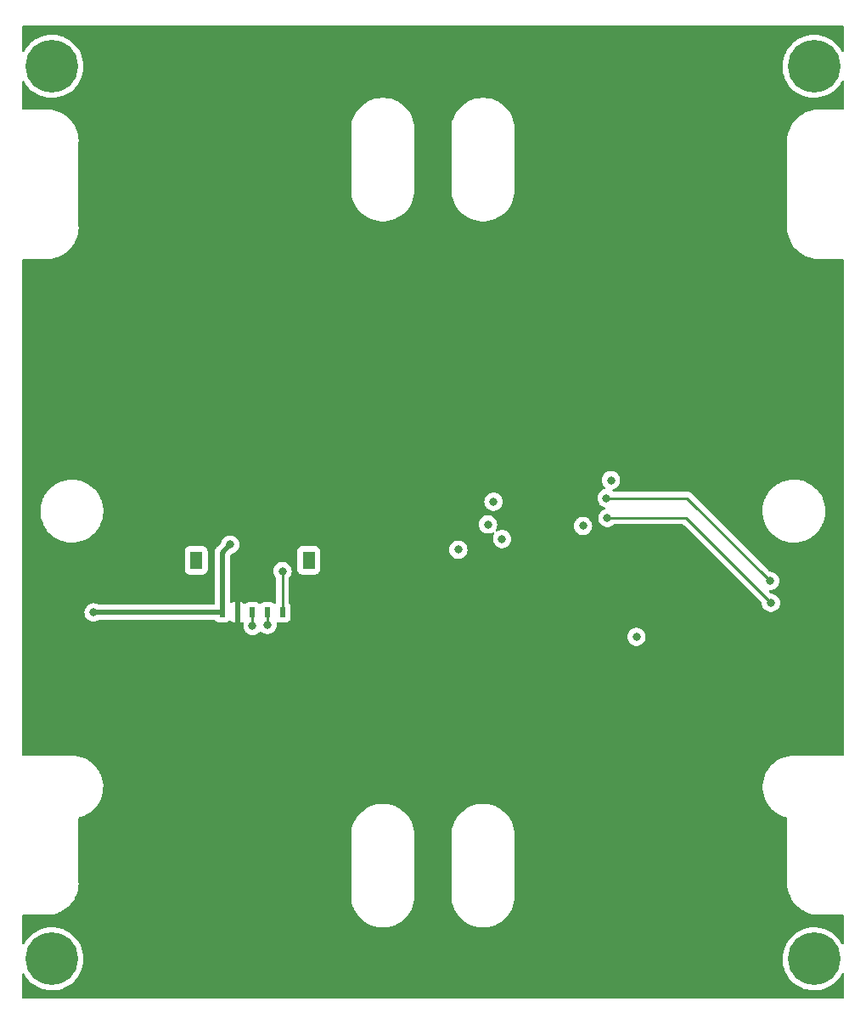
<source format=gbr>
%TF.GenerationSoftware,KiCad,Pcbnew,(6.0.7)*%
%TF.CreationDate,2023-01-31T02:47:43-08:00*%
%TF.ProjectId,solar-panel-NoCutout,736f6c61-722d-4706-916e-656c2d4e6f43,2.0*%
%TF.SameCoordinates,Original*%
%TF.FileFunction,Copper,L4,Bot*%
%TF.FilePolarity,Positive*%
%FSLAX46Y46*%
G04 Gerber Fmt 4.6, Leading zero omitted, Abs format (unit mm)*
G04 Created by KiCad (PCBNEW (6.0.7)) date 2023-01-31 02:47:43*
%MOMM*%
%LPD*%
G01*
G04 APERTURE LIST*
%TA.AperFunction,ComponentPad*%
%ADD10C,5.250000*%
%TD*%
%TA.AperFunction,SMDPad,CuDef*%
%ADD11R,0.600000X1.000000*%
%TD*%
%TA.AperFunction,SMDPad,CuDef*%
%ADD12R,1.250000X1.800000*%
%TD*%
%TA.AperFunction,ViaPad*%
%ADD13C,0.800000*%
%TD*%
%TA.AperFunction,Conductor*%
%ADD14C,0.250000*%
%TD*%
%TA.AperFunction,Conductor*%
%ADD15C,0.500000*%
%TD*%
G04 APERTURE END LIST*
D10*
%TO.P,J2,1,Pin_1*%
%TO.N,unconnected-(J2-Pad1)*%
X106500000Y-70300000D03*
%TD*%
%TO.P,J3,1,Pin_1*%
%TO.N,unconnected-(J3-Pad1)*%
X106500000Y-159300000D03*
%TD*%
%TO.P,J4,1,Pin_1*%
%TO.N,unconnected-(J4-Pad1)*%
X182500000Y-70300000D03*
%TD*%
%TO.P,J5,1,Pin_1*%
%TO.N,unconnected-(J5-Pad1)*%
X182500000Y-159300000D03*
%TD*%
D11*
%TO.P,J1,1,1*%
%TO.N,VSOLAR*%
X123500000Y-124750000D03*
%TO.P,J1,2,2*%
%TO.N,GND*%
X125000000Y-124750000D03*
%TO.P,J1,3,3*%
%TO.N,+3V3*%
X126499999Y-124750000D03*
%TO.P,J1,4,4*%
%TO.N,SCL*%
X128000001Y-124750000D03*
%TO.P,J1,5,5*%
%TO.N,SDA*%
X129500001Y-124750000D03*
D12*
%TO.P,J1,6,6*%
%TO.N,unconnected-(J1-Pad6)*%
X120895001Y-119560000D03*
%TO.P,J1,7,7*%
%TO.N,unconnected-(J1-Pad7)*%
X132104999Y-119560000D03*
%TD*%
D13*
%TO.N,GND*%
X168000000Y-156390000D03*
X156860000Y-113670000D03*
X160570000Y-109960000D03*
X109400000Y-130030000D03*
X144450000Y-156250000D03*
X151530000Y-119620000D03*
X149675000Y-112100000D03*
X121120000Y-156220000D03*
X137975000Y-112925000D03*
X160750000Y-114500000D03*
%TO.N,+3V3*%
X150540000Y-113710000D03*
X126510000Y-126100000D03*
X151390000Y-117440000D03*
%TO.N,VSOLAR*%
X124270000Y-118000000D03*
X110660000Y-124750000D03*
%TO.N,SDA*%
X147030000Y-118510000D03*
X129500000Y-120644998D03*
%TO.N,SCL*%
X149990000Y-115990000D03*
X128000001Y-125999999D03*
%TO.N,Net-(C3-Pad1)*%
X159470000Y-116130000D03*
X162260000Y-111570000D03*
%TO.N,Net-(U3-Pad7)*%
X178200000Y-123800000D03*
X161890000Y-115330000D03*
X161820000Y-113350000D03*
X178120000Y-121620000D03*
X164800000Y-127190000D03*
%TD*%
D14*
%TO.N,+3V3*%
X126499999Y-126089999D02*
X126510000Y-126100000D01*
X126499999Y-124750000D02*
X126499999Y-126089999D01*
D15*
%TO.N,VSOLAR*%
X123500000Y-124750000D02*
X110660000Y-124750000D01*
X123500000Y-118770000D02*
X124270000Y-118000000D01*
X123500000Y-124750000D02*
X123500000Y-118770000D01*
D14*
%TO.N,SDA*%
X129500000Y-120644998D02*
X129500001Y-124750000D01*
%TO.N,SCL*%
X128000001Y-124750000D02*
X128000001Y-125999999D01*
X128000001Y-125999999D02*
X128000001Y-126000001D01*
%TO.N,Net-(U3-Pad7)*%
X169850000Y-113350000D02*
X178120000Y-121620000D01*
X169730000Y-115330000D02*
X178200000Y-123800000D01*
X161890000Y-115330000D02*
X169730000Y-115330000D01*
X161820000Y-113350000D02*
X169850000Y-113350000D01*
%TD*%
%TA.AperFunction,Conductor*%
%TO.N,GND*%
G36*
X185433621Y-66278502D02*
G01*
X185480114Y-66332158D01*
X185491500Y-66384500D01*
X185491500Y-68746328D01*
X185471498Y-68814449D01*
X185417842Y-68860942D01*
X185347568Y-68871046D01*
X185282988Y-68841552D01*
X185255085Y-68807029D01*
X185163239Y-68639961D01*
X185163236Y-68639957D01*
X185161546Y-68636882D01*
X184959573Y-68350567D01*
X184726943Y-68088550D01*
X184724342Y-68086208D01*
X184724337Y-68086203D01*
X184469167Y-67856447D01*
X184469166Y-67856447D01*
X184466557Y-67854097D01*
X184428538Y-67826878D01*
X184184513Y-67652173D01*
X184184510Y-67652171D01*
X184181659Y-67650130D01*
X183875800Y-67479192D01*
X183552794Y-67343412D01*
X183549425Y-67342421D01*
X183549421Y-67342419D01*
X183401053Y-67298752D01*
X183216665Y-67244484D01*
X182940895Y-67195858D01*
X182875063Y-67184250D01*
X182875061Y-67184250D01*
X182871603Y-67183640D01*
X182868094Y-67183419D01*
X182868092Y-67183419D01*
X182525428Y-67161860D01*
X182525422Y-67161860D01*
X182521910Y-67161639D01*
X182424516Y-67166403D01*
X182175451Y-67178584D01*
X182175443Y-67178585D01*
X182171944Y-67178756D01*
X182168476Y-67179318D01*
X182168473Y-67179318D01*
X181829542Y-67234213D01*
X181829539Y-67234214D01*
X181826067Y-67234776D01*
X181822684Y-67235721D01*
X181822682Y-67235721D01*
X181787747Y-67245475D01*
X181488589Y-67329001D01*
X181485341Y-67330313D01*
X181485333Y-67330316D01*
X181166983Y-67458938D01*
X181166979Y-67458940D01*
X181163719Y-67460257D01*
X181160632Y-67461926D01*
X181160628Y-67461928D01*
X181131220Y-67477829D01*
X180855503Y-67626909D01*
X180567785Y-67826878D01*
X180565143Y-67829191D01*
X180565139Y-67829194D01*
X180326206Y-68038365D01*
X180304151Y-68057673D01*
X180067886Y-68316416D01*
X179861935Y-68599883D01*
X179860193Y-68602949D01*
X179860192Y-68602951D01*
X179839167Y-68639962D01*
X179688865Y-68904541D01*
X179550834Y-69226591D01*
X179449562Y-69562021D01*
X179386311Y-69906650D01*
X179361869Y-70256181D01*
X179376542Y-70606258D01*
X179430145Y-70952518D01*
X179522012Y-71290645D01*
X179523302Y-71293904D01*
X179523304Y-71293909D01*
X179572316Y-71417698D01*
X179650998Y-71616424D01*
X179652653Y-71619536D01*
X179652655Y-71619541D01*
X179712109Y-71731357D01*
X179815493Y-71925795D01*
X179817483Y-71928701D01*
X179817484Y-71928703D01*
X179891490Y-72036785D01*
X180013449Y-72214902D01*
X180242397Y-72480142D01*
X180499485Y-72718207D01*
X180781507Y-72926132D01*
X180784544Y-72927886D01*
X180784548Y-72927888D01*
X180945060Y-73020559D01*
X181084949Y-73101324D01*
X181088170Y-73102731D01*
X181402807Y-73240193D01*
X181402817Y-73240197D01*
X181406029Y-73241600D01*
X181409387Y-73242639D01*
X181409391Y-73242641D01*
X181545685Y-73284831D01*
X181740743Y-73345212D01*
X181744199Y-73345871D01*
X181744198Y-73345871D01*
X182081471Y-73410210D01*
X182081477Y-73410211D01*
X182084922Y-73410868D01*
X182316253Y-73428668D01*
X182430777Y-73437480D01*
X182430778Y-73437480D01*
X182434274Y-73437749D01*
X182666291Y-73429646D01*
X182780929Y-73425643D01*
X182780933Y-73425643D01*
X182784445Y-73425520D01*
X182787924Y-73425006D01*
X182787927Y-73425006D01*
X183127578Y-73374851D01*
X183127584Y-73374850D01*
X183131070Y-73374335D01*
X183134474Y-73373436D01*
X183134477Y-73373435D01*
X183466439Y-73285727D01*
X183466440Y-73285727D01*
X183469830Y-73284831D01*
X183796502Y-73158123D01*
X184107014Y-72995792D01*
X184397496Y-72799859D01*
X184664327Y-72572768D01*
X184749069Y-72482527D01*
X184901771Y-72319916D01*
X184901775Y-72319911D01*
X184904182Y-72317348D01*
X185114071Y-72036785D01*
X185219416Y-71857229D01*
X185256823Y-71793469D01*
X185308546Y-71744836D01*
X185378352Y-71731886D01*
X185444077Y-71758732D01*
X185484855Y-71816850D01*
X185491500Y-71857229D01*
X185491500Y-74465500D01*
X185471498Y-74533621D01*
X185417842Y-74580114D01*
X185365500Y-74591500D01*
X183053250Y-74591500D01*
X183032345Y-74589754D01*
X183017344Y-74587230D01*
X183017341Y-74587230D01*
X183012552Y-74586424D01*
X183006313Y-74586348D01*
X183004860Y-74586330D01*
X183004857Y-74586330D01*
X183000000Y-74586271D01*
X182995185Y-74586961D01*
X182994366Y-74587014D01*
X182984506Y-74587977D01*
X182669394Y-74604491D01*
X182666154Y-74605004D01*
X182666146Y-74605005D01*
X182515964Y-74628792D01*
X182342410Y-74656281D01*
X182022630Y-74741965D01*
X181713559Y-74860606D01*
X181418583Y-75010905D01*
X181415817Y-75012701D01*
X181415814Y-75012703D01*
X181303361Y-75085731D01*
X181140932Y-75191213D01*
X180883650Y-75399556D01*
X180649556Y-75633650D01*
X180441213Y-75890932D01*
X180439411Y-75893707D01*
X180340681Y-76045739D01*
X180260905Y-76168583D01*
X180110606Y-76463559D01*
X179991965Y-76772630D01*
X179906281Y-77092410D01*
X179854491Y-77419394D01*
X179854319Y-77422684D01*
X179838432Y-77725818D01*
X179837717Y-77732717D01*
X179837691Y-77734849D01*
X179836309Y-77743724D01*
X179837473Y-77752626D01*
X179837473Y-77752628D01*
X179840436Y-77775283D01*
X179841500Y-77791621D01*
X179841500Y-86300633D01*
X179840000Y-86320018D01*
X179837690Y-86334851D01*
X179837690Y-86334855D01*
X179836309Y-86343724D01*
X179837189Y-86350451D01*
X179837441Y-86355267D01*
X179837441Y-86355299D01*
X179837446Y-86355353D01*
X179854491Y-86680606D01*
X179906281Y-87007590D01*
X179991965Y-87327370D01*
X180110606Y-87636441D01*
X180112104Y-87639381D01*
X180226691Y-87864269D01*
X180260905Y-87931418D01*
X180441213Y-88209068D01*
X180649556Y-88466350D01*
X180883650Y-88700444D01*
X181140932Y-88908787D01*
X181143704Y-88910587D01*
X181143707Y-88910589D01*
X181415813Y-89087296D01*
X181418583Y-89089095D01*
X181713559Y-89239394D01*
X182022630Y-89358035D01*
X182342410Y-89443719D01*
X182515964Y-89471208D01*
X182666146Y-89494995D01*
X182666154Y-89494996D01*
X182669394Y-89495509D01*
X182809905Y-89502873D01*
X182968169Y-89511167D01*
X182982472Y-89512739D01*
X182982588Y-89512758D01*
X182987448Y-89513576D01*
X182993941Y-89513655D01*
X182995140Y-89513670D01*
X182995143Y-89513670D01*
X183000000Y-89513729D01*
X183027624Y-89509773D01*
X183045486Y-89508500D01*
X185365433Y-89508500D01*
X185433554Y-89528502D01*
X185480047Y-89582158D01*
X185491433Y-89634511D01*
X185488873Y-113621253D01*
X185486173Y-138922703D01*
X185466164Y-138990822D01*
X185412503Y-139037309D01*
X185360173Y-139048690D01*
X180272969Y-139048690D01*
X180264088Y-139048377D01*
X180260679Y-139048136D01*
X180213198Y-139044781D01*
X180208359Y-139045188D01*
X180208353Y-139045188D01*
X180206133Y-139045375D01*
X180200689Y-139045833D01*
X180197016Y-139046725D01*
X180196056Y-139046605D01*
X180196108Y-139046946D01*
X179863280Y-139097747D01*
X179863276Y-139097748D01*
X179859829Y-139098274D01*
X179526760Y-139187636D01*
X179523515Y-139188905D01*
X179523512Y-139188906D01*
X179208842Y-139311964D01*
X179208836Y-139311967D01*
X179205598Y-139313233D01*
X179202513Y-139314853D01*
X179202510Y-139314854D01*
X178903356Y-139471910D01*
X178903351Y-139471913D01*
X178900271Y-139473530D01*
X178614513Y-139666565D01*
X178611866Y-139668816D01*
X178611857Y-139668823D01*
X178380574Y-139865523D01*
X178351821Y-139889977D01*
X178349430Y-139892517D01*
X178349427Y-139892519D01*
X178242764Y-140005789D01*
X178115408Y-140141033D01*
X177908167Y-140416662D01*
X177732633Y-140713491D01*
X177590952Y-141027889D01*
X177484858Y-141356012D01*
X177415650Y-141693843D01*
X177415333Y-141697306D01*
X177415332Y-141697310D01*
X177384771Y-142030729D01*
X177384173Y-142037251D01*
X177390814Y-142382035D01*
X177391265Y-142385486D01*
X177391265Y-142385488D01*
X177418439Y-142593473D01*
X177435489Y-142723977D01*
X177517654Y-143058893D01*
X177636303Y-143382687D01*
X177789984Y-143691397D01*
X177791871Y-143694324D01*
X177791873Y-143694328D01*
X177957592Y-143951423D01*
X177976817Y-143981248D01*
X178194517Y-144248692D01*
X178196997Y-144251130D01*
X178197004Y-144251138D01*
X178407272Y-144457868D01*
X178440421Y-144490459D01*
X178711520Y-144703591D01*
X178714467Y-144705420D01*
X178714469Y-144705422D01*
X179000846Y-144883213D01*
X179004499Y-144885481D01*
X179007633Y-144886975D01*
X179007636Y-144886977D01*
X179312636Y-145032407D01*
X179312641Y-145032409D01*
X179315772Y-145033902D01*
X179319045Y-145035039D01*
X179319053Y-145035042D01*
X179522873Y-145105830D01*
X179641532Y-145147041D01*
X179716053Y-145163988D01*
X179743441Y-145170217D01*
X179805430Y-145204827D01*
X179838867Y-145267457D01*
X179841500Y-145293080D01*
X179841500Y-151700633D01*
X179840000Y-151720018D01*
X179837690Y-151734851D01*
X179837690Y-151734855D01*
X179836309Y-151743724D01*
X179837189Y-151750451D01*
X179837441Y-151755267D01*
X179837441Y-151755299D01*
X179837446Y-151755353D01*
X179854491Y-152080606D01*
X179906281Y-152407590D01*
X179991965Y-152727370D01*
X180110606Y-153036441D01*
X180112104Y-153039381D01*
X180234463Y-153279522D01*
X180260905Y-153331418D01*
X180441213Y-153609068D01*
X180649556Y-153866350D01*
X180883650Y-154100444D01*
X181140932Y-154308787D01*
X181170776Y-154328168D01*
X181415813Y-154487296D01*
X181418583Y-154489095D01*
X181713559Y-154639394D01*
X182022630Y-154758035D01*
X182342410Y-154843719D01*
X182515964Y-154871208D01*
X182666146Y-154894995D01*
X182666154Y-154894996D01*
X182669394Y-154895509D01*
X182809905Y-154902873D01*
X182968169Y-154911167D01*
X182982472Y-154912739D01*
X182982588Y-154912758D01*
X182987448Y-154913576D01*
X182993941Y-154913655D01*
X182995140Y-154913670D01*
X182995143Y-154913670D01*
X183000000Y-154913729D01*
X183027624Y-154909773D01*
X183045486Y-154908500D01*
X185365500Y-154908500D01*
X185433621Y-154928502D01*
X185480114Y-154982158D01*
X185491500Y-155034500D01*
X185491500Y-157746328D01*
X185471498Y-157814449D01*
X185417842Y-157860942D01*
X185347568Y-157871046D01*
X185282988Y-157841552D01*
X185255085Y-157807029D01*
X185163239Y-157639961D01*
X185163236Y-157639957D01*
X185161546Y-157636882D01*
X184959573Y-157350567D01*
X184726943Y-157088550D01*
X184724342Y-157086208D01*
X184724337Y-157086203D01*
X184469167Y-156856447D01*
X184469166Y-156856447D01*
X184466557Y-156854097D01*
X184428538Y-156826878D01*
X184184513Y-156652173D01*
X184184510Y-156652171D01*
X184181659Y-156650130D01*
X183875800Y-156479192D01*
X183552794Y-156343412D01*
X183549425Y-156342421D01*
X183549421Y-156342419D01*
X183401053Y-156298752D01*
X183216665Y-156244484D01*
X182940895Y-156195858D01*
X182875063Y-156184250D01*
X182875061Y-156184250D01*
X182871603Y-156183640D01*
X182868094Y-156183419D01*
X182868092Y-156183419D01*
X182525428Y-156161860D01*
X182525422Y-156161860D01*
X182521910Y-156161639D01*
X182424516Y-156166403D01*
X182175451Y-156178584D01*
X182175443Y-156178585D01*
X182171944Y-156178756D01*
X182168476Y-156179318D01*
X182168473Y-156179318D01*
X181829542Y-156234213D01*
X181829539Y-156234214D01*
X181826067Y-156234776D01*
X181822684Y-156235721D01*
X181822682Y-156235721D01*
X181787747Y-156245475D01*
X181488589Y-156329001D01*
X181485341Y-156330313D01*
X181485333Y-156330316D01*
X181166983Y-156458938D01*
X181166979Y-156458940D01*
X181163719Y-156460257D01*
X181160632Y-156461926D01*
X181160628Y-156461928D01*
X181131220Y-156477829D01*
X180855503Y-156626909D01*
X180567785Y-156826878D01*
X180565143Y-156829191D01*
X180565139Y-156829194D01*
X180326206Y-157038365D01*
X180304151Y-157057673D01*
X180067886Y-157316416D01*
X179861935Y-157599883D01*
X179860193Y-157602949D01*
X179860192Y-157602951D01*
X179839167Y-157639962D01*
X179688865Y-157904541D01*
X179550834Y-158226591D01*
X179449562Y-158562021D01*
X179386311Y-158906650D01*
X179361869Y-159256181D01*
X179376542Y-159606258D01*
X179430145Y-159952518D01*
X179522012Y-160290645D01*
X179523302Y-160293904D01*
X179523304Y-160293909D01*
X179572316Y-160417698D01*
X179650998Y-160616424D01*
X179652653Y-160619536D01*
X179652655Y-160619541D01*
X179712109Y-160731357D01*
X179815493Y-160925795D01*
X179817483Y-160928701D01*
X179817484Y-160928703D01*
X179891490Y-161036785D01*
X180013449Y-161214902D01*
X180242397Y-161480142D01*
X180499485Y-161718207D01*
X180781507Y-161926132D01*
X180784544Y-161927886D01*
X180784548Y-161927888D01*
X180945060Y-162020559D01*
X181084949Y-162101324D01*
X181088170Y-162102731D01*
X181402807Y-162240193D01*
X181402817Y-162240197D01*
X181406029Y-162241600D01*
X181409387Y-162242639D01*
X181409391Y-162242641D01*
X181545685Y-162284831D01*
X181740743Y-162345212D01*
X181744199Y-162345871D01*
X181744198Y-162345871D01*
X182081471Y-162410210D01*
X182081477Y-162410211D01*
X182084922Y-162410868D01*
X182316253Y-162428668D01*
X182430777Y-162437480D01*
X182430778Y-162437480D01*
X182434274Y-162437749D01*
X182666291Y-162429646D01*
X182780929Y-162425643D01*
X182780933Y-162425643D01*
X182784445Y-162425520D01*
X182787924Y-162425006D01*
X182787927Y-162425006D01*
X183127578Y-162374851D01*
X183127584Y-162374850D01*
X183131070Y-162374335D01*
X183134474Y-162373436D01*
X183134477Y-162373435D01*
X183466439Y-162285727D01*
X183466440Y-162285727D01*
X183469830Y-162284831D01*
X183796502Y-162158123D01*
X184107014Y-161995792D01*
X184397496Y-161799859D01*
X184664327Y-161572768D01*
X184749069Y-161482527D01*
X184901771Y-161319916D01*
X184901775Y-161319911D01*
X184904182Y-161317348D01*
X185114071Y-161036785D01*
X185219416Y-160857229D01*
X185256823Y-160793469D01*
X185308546Y-160744836D01*
X185378352Y-160731886D01*
X185444077Y-160758732D01*
X185484855Y-160816850D01*
X185491500Y-160857229D01*
X185491500Y-163115500D01*
X185471498Y-163183621D01*
X185417842Y-163230114D01*
X185365500Y-163241500D01*
X103634500Y-163241500D01*
X103566379Y-163221498D01*
X103519886Y-163167842D01*
X103508500Y-163115500D01*
X103508500Y-160853782D01*
X103528502Y-160785661D01*
X103582158Y-160739168D01*
X103652432Y-160729064D01*
X103717012Y-160758558D01*
X103745751Y-160794629D01*
X103815493Y-160925795D01*
X103817483Y-160928701D01*
X103817484Y-160928703D01*
X103891490Y-161036785D01*
X104013449Y-161214902D01*
X104242397Y-161480142D01*
X104499485Y-161718207D01*
X104781507Y-161926132D01*
X104784544Y-161927886D01*
X104784548Y-161927888D01*
X104945060Y-162020559D01*
X105084949Y-162101324D01*
X105088170Y-162102731D01*
X105402807Y-162240193D01*
X105402817Y-162240197D01*
X105406029Y-162241600D01*
X105409387Y-162242639D01*
X105409391Y-162242641D01*
X105545685Y-162284831D01*
X105740743Y-162345212D01*
X105744199Y-162345871D01*
X105744198Y-162345871D01*
X106081471Y-162410210D01*
X106081477Y-162410211D01*
X106084922Y-162410868D01*
X106316253Y-162428668D01*
X106430777Y-162437480D01*
X106430778Y-162437480D01*
X106434274Y-162437749D01*
X106666291Y-162429646D01*
X106780929Y-162425643D01*
X106780933Y-162425643D01*
X106784445Y-162425520D01*
X106787924Y-162425006D01*
X106787927Y-162425006D01*
X107127578Y-162374851D01*
X107127584Y-162374850D01*
X107131070Y-162374335D01*
X107134474Y-162373436D01*
X107134477Y-162373435D01*
X107466439Y-162285727D01*
X107466440Y-162285727D01*
X107469830Y-162284831D01*
X107796502Y-162158123D01*
X108107014Y-161995792D01*
X108397496Y-161799859D01*
X108664327Y-161572768D01*
X108749069Y-161482527D01*
X108901771Y-161319916D01*
X108901775Y-161319911D01*
X108904182Y-161317348D01*
X109114071Y-161036785D01*
X109291377Y-160734573D01*
X109293830Y-160729064D01*
X109432459Y-160417698D01*
X109432461Y-160417693D01*
X109433891Y-160414481D01*
X109539837Y-160080498D01*
X109607894Y-159736786D01*
X109637213Y-159387630D01*
X109638437Y-159300000D01*
X109636185Y-159259708D01*
X109619074Y-158953671D01*
X109618878Y-158950162D01*
X109560445Y-158604684D01*
X109463866Y-158267873D01*
X109416818Y-158153726D01*
X109331683Y-157947171D01*
X109331679Y-157947163D01*
X109330345Y-157943926D01*
X109161546Y-157636882D01*
X108959573Y-157350567D01*
X108726943Y-157088550D01*
X108724342Y-157086208D01*
X108724337Y-157086203D01*
X108469167Y-156856447D01*
X108469166Y-156856447D01*
X108466557Y-156854097D01*
X108428538Y-156826878D01*
X108184513Y-156652173D01*
X108184510Y-156652171D01*
X108181659Y-156650130D01*
X107875800Y-156479192D01*
X107552794Y-156343412D01*
X107549425Y-156342421D01*
X107549421Y-156342419D01*
X107401053Y-156298752D01*
X107216665Y-156244484D01*
X106940895Y-156195858D01*
X106875063Y-156184250D01*
X106875061Y-156184250D01*
X106871603Y-156183640D01*
X106868094Y-156183419D01*
X106868092Y-156183419D01*
X106525428Y-156161860D01*
X106525422Y-156161860D01*
X106521910Y-156161639D01*
X106424516Y-156166403D01*
X106175451Y-156178584D01*
X106175443Y-156178585D01*
X106171944Y-156178756D01*
X106168476Y-156179318D01*
X106168473Y-156179318D01*
X105829542Y-156234213D01*
X105829539Y-156234214D01*
X105826067Y-156234776D01*
X105822684Y-156235721D01*
X105822682Y-156235721D01*
X105787747Y-156245475D01*
X105488589Y-156329001D01*
X105485341Y-156330313D01*
X105485333Y-156330316D01*
X105166983Y-156458938D01*
X105166979Y-156458940D01*
X105163719Y-156460257D01*
X105160632Y-156461926D01*
X105160628Y-156461928D01*
X105131220Y-156477829D01*
X104855503Y-156626909D01*
X104567785Y-156826878D01*
X104565143Y-156829191D01*
X104565139Y-156829194D01*
X104326206Y-157038365D01*
X104304151Y-157057673D01*
X104067886Y-157316416D01*
X103861935Y-157599883D01*
X103860193Y-157602949D01*
X103860192Y-157602951D01*
X103744056Y-157807387D01*
X103693017Y-157856738D01*
X103623399Y-157870660D01*
X103557305Y-157844734D01*
X103515720Y-157787191D01*
X103508500Y-157745150D01*
X103508500Y-155034500D01*
X103528502Y-154966379D01*
X103582158Y-154919886D01*
X103634500Y-154908500D01*
X105946750Y-154908500D01*
X105967655Y-154910246D01*
X105982656Y-154912770D01*
X105982659Y-154912770D01*
X105987448Y-154913576D01*
X105993687Y-154913652D01*
X105995140Y-154913670D01*
X105995143Y-154913670D01*
X106000000Y-154913729D01*
X106004815Y-154913039D01*
X106005634Y-154912986D01*
X106015494Y-154912023D01*
X106330606Y-154895509D01*
X106333846Y-154894996D01*
X106333854Y-154894995D01*
X106484036Y-154871208D01*
X106657590Y-154843719D01*
X106977370Y-154758035D01*
X107286441Y-154639394D01*
X107297836Y-154633588D01*
X107578479Y-154490593D01*
X107578486Y-154490589D01*
X107581418Y-154489095D01*
X107859068Y-154308787D01*
X108116350Y-154100444D01*
X108350444Y-153866350D01*
X108558787Y-153609068D01*
X108739095Y-153331418D01*
X108765538Y-153279522D01*
X108887896Y-153039381D01*
X108889394Y-153036441D01*
X108905791Y-152993724D01*
X136336309Y-152993724D01*
X136337130Y-153000000D01*
X136336861Y-153000000D01*
X136355403Y-153341995D01*
X136410813Y-153679981D01*
X136411728Y-153683276D01*
X136496912Y-153990080D01*
X136502441Y-154009995D01*
X136538479Y-154100444D01*
X136627579Y-154324066D01*
X136629213Y-154328168D01*
X136789642Y-154630769D01*
X136791550Y-154633584D01*
X136791553Y-154633588D01*
X136979757Y-154911167D01*
X136981847Y-154914250D01*
X137203575Y-155175289D01*
X137452227Y-155410825D01*
X137724887Y-155618095D01*
X138018359Y-155794671D01*
X138329202Y-155938482D01*
X138332440Y-155939573D01*
X138332445Y-155939575D01*
X138650535Y-156046753D01*
X138650541Y-156046755D01*
X138653771Y-156047843D01*
X138657107Y-156048577D01*
X138657106Y-156048577D01*
X138984930Y-156120736D01*
X138984934Y-156120737D01*
X138988261Y-156121469D01*
X138991651Y-156121838D01*
X138991653Y-156121838D01*
X139049820Y-156128164D01*
X139328751Y-156158500D01*
X139671249Y-156158500D01*
X139950180Y-156128164D01*
X140008347Y-156121838D01*
X140008349Y-156121838D01*
X140011739Y-156121469D01*
X140015066Y-156120737D01*
X140015070Y-156120736D01*
X140342894Y-156048577D01*
X140342893Y-156048577D01*
X140346229Y-156047843D01*
X140349459Y-156046755D01*
X140349465Y-156046753D01*
X140667555Y-155939575D01*
X140667560Y-155939573D01*
X140670798Y-155938482D01*
X140981641Y-155794671D01*
X141275113Y-155618095D01*
X141547773Y-155410825D01*
X141796425Y-155175289D01*
X142018153Y-154914250D01*
X142020244Y-154911167D01*
X142208447Y-154633588D01*
X142208450Y-154633584D01*
X142210358Y-154630769D01*
X142370787Y-154328168D01*
X142372422Y-154324066D01*
X142461521Y-154100444D01*
X142497559Y-154009995D01*
X142503089Y-153990080D01*
X142588272Y-153683276D01*
X142589187Y-153679981D01*
X142644597Y-153341995D01*
X142652872Y-153189361D01*
X142661543Y-153029444D01*
X142662345Y-153022204D01*
X142662334Y-153022203D01*
X142662770Y-153017345D01*
X142663576Y-153012552D01*
X142663729Y-153000000D01*
X142662830Y-152993724D01*
X146336309Y-152993724D01*
X146337130Y-153000000D01*
X146336861Y-153000000D01*
X146355403Y-153341995D01*
X146410813Y-153679981D01*
X146411728Y-153683276D01*
X146496912Y-153990080D01*
X146502441Y-154009995D01*
X146538479Y-154100444D01*
X146627579Y-154324066D01*
X146629213Y-154328168D01*
X146789642Y-154630769D01*
X146791550Y-154633584D01*
X146791553Y-154633588D01*
X146979757Y-154911167D01*
X146981847Y-154914250D01*
X147203575Y-155175289D01*
X147452227Y-155410825D01*
X147724887Y-155618095D01*
X148018359Y-155794671D01*
X148329202Y-155938482D01*
X148332440Y-155939573D01*
X148332445Y-155939575D01*
X148650535Y-156046753D01*
X148650541Y-156046755D01*
X148653771Y-156047843D01*
X148657107Y-156048577D01*
X148657106Y-156048577D01*
X148984930Y-156120736D01*
X148984934Y-156120737D01*
X148988261Y-156121469D01*
X148991651Y-156121838D01*
X148991653Y-156121838D01*
X149049820Y-156128164D01*
X149328751Y-156158500D01*
X149671249Y-156158500D01*
X149950180Y-156128164D01*
X150008347Y-156121838D01*
X150008349Y-156121838D01*
X150011739Y-156121469D01*
X150015066Y-156120737D01*
X150015070Y-156120736D01*
X150342894Y-156048577D01*
X150342893Y-156048577D01*
X150346229Y-156047843D01*
X150349459Y-156046755D01*
X150349465Y-156046753D01*
X150667555Y-155939575D01*
X150667560Y-155939573D01*
X150670798Y-155938482D01*
X150981641Y-155794671D01*
X151275113Y-155618095D01*
X151547773Y-155410825D01*
X151796425Y-155175289D01*
X152018153Y-154914250D01*
X152020244Y-154911167D01*
X152208447Y-154633588D01*
X152208450Y-154633584D01*
X152210358Y-154630769D01*
X152370787Y-154328168D01*
X152372422Y-154324066D01*
X152461521Y-154100444D01*
X152497559Y-154009995D01*
X152503089Y-153990080D01*
X152588272Y-153683276D01*
X152589187Y-153679981D01*
X152644597Y-153341995D01*
X152652872Y-153189361D01*
X152661543Y-153029444D01*
X152662345Y-153022204D01*
X152662334Y-153022203D01*
X152662770Y-153017345D01*
X152663576Y-153012552D01*
X152663729Y-153000000D01*
X152659773Y-152972376D01*
X152658500Y-152954514D01*
X152658500Y-147053250D01*
X152660246Y-147032345D01*
X152662770Y-147017344D01*
X152662770Y-147017341D01*
X152663576Y-147012552D01*
X152663729Y-147000000D01*
X152663040Y-146995188D01*
X152662724Y-146990331D01*
X152662726Y-146990331D01*
X152662479Y-146987825D01*
X152662323Y-146984932D01*
X152655043Y-146850673D01*
X152644782Y-146661408D01*
X152644781Y-146661399D01*
X152644597Y-146658005D01*
X152589187Y-146320019D01*
X152497559Y-145990005D01*
X152370787Y-145671832D01*
X152210358Y-145369231D01*
X152208447Y-145366412D01*
X152020062Y-145088565D01*
X152020058Y-145088560D01*
X152018153Y-145085750D01*
X151796425Y-144824711D01*
X151547773Y-144589175D01*
X151275113Y-144381905D01*
X151236673Y-144358776D01*
X151189208Y-144330218D01*
X150981641Y-144205329D01*
X150670798Y-144061518D01*
X150667560Y-144060427D01*
X150667555Y-144060425D01*
X150349465Y-143953247D01*
X150349459Y-143953245D01*
X150346229Y-143952157D01*
X150137374Y-143906185D01*
X150015070Y-143879264D01*
X150015066Y-143879263D01*
X150011739Y-143878531D01*
X150008349Y-143878162D01*
X150008347Y-143878162D01*
X149950180Y-143871836D01*
X149671249Y-143841500D01*
X149328751Y-143841500D01*
X149049820Y-143871836D01*
X148991653Y-143878162D01*
X148991651Y-143878162D01*
X148988261Y-143878531D01*
X148984934Y-143879263D01*
X148984930Y-143879264D01*
X148862626Y-143906185D01*
X148653771Y-143952157D01*
X148650541Y-143953245D01*
X148650535Y-143953247D01*
X148332445Y-144060425D01*
X148332440Y-144060427D01*
X148329202Y-144061518D01*
X148018359Y-144205329D01*
X147810792Y-144330218D01*
X147763328Y-144358776D01*
X147724887Y-144381905D01*
X147452227Y-144589175D01*
X147203575Y-144824711D01*
X146981847Y-145085750D01*
X146979942Y-145088560D01*
X146979938Y-145088565D01*
X146791553Y-145366412D01*
X146789642Y-145369231D01*
X146629213Y-145671832D01*
X146502441Y-145990005D01*
X146410813Y-146320019D01*
X146355403Y-146658005D01*
X146355218Y-146661425D01*
X146338021Y-146978611D01*
X146337733Y-146981360D01*
X146337712Y-146983122D01*
X146337769Y-146983258D01*
X146337678Y-146984932D01*
X146336309Y-146993724D01*
X146336940Y-146998548D01*
X146336861Y-147000000D01*
X146337130Y-147000000D01*
X146337958Y-147006332D01*
X146340436Y-147025283D01*
X146341500Y-147041620D01*
X146341500Y-152950633D01*
X146340000Y-152970018D01*
X146336309Y-152993724D01*
X142662830Y-152993724D01*
X142659773Y-152972376D01*
X142658500Y-152954514D01*
X142658500Y-147053250D01*
X142660246Y-147032345D01*
X142662770Y-147017344D01*
X142662770Y-147017341D01*
X142663576Y-147012552D01*
X142663729Y-147000000D01*
X142663040Y-146995188D01*
X142662724Y-146990331D01*
X142662726Y-146990331D01*
X142662479Y-146987825D01*
X142662323Y-146984932D01*
X142655043Y-146850673D01*
X142644782Y-146661408D01*
X142644781Y-146661399D01*
X142644597Y-146658005D01*
X142589187Y-146320019D01*
X142497559Y-145990005D01*
X142370787Y-145671832D01*
X142210358Y-145369231D01*
X142208447Y-145366412D01*
X142020062Y-145088565D01*
X142020058Y-145088560D01*
X142018153Y-145085750D01*
X141796425Y-144824711D01*
X141547773Y-144589175D01*
X141275113Y-144381905D01*
X141236673Y-144358776D01*
X141189208Y-144330218D01*
X140981641Y-144205329D01*
X140670798Y-144061518D01*
X140667560Y-144060427D01*
X140667555Y-144060425D01*
X140349465Y-143953247D01*
X140349459Y-143953245D01*
X140346229Y-143952157D01*
X140137374Y-143906185D01*
X140015070Y-143879264D01*
X140015066Y-143879263D01*
X140011739Y-143878531D01*
X140008349Y-143878162D01*
X140008347Y-143878162D01*
X139950180Y-143871836D01*
X139671249Y-143841500D01*
X139328751Y-143841500D01*
X139049820Y-143871836D01*
X138991653Y-143878162D01*
X138991651Y-143878162D01*
X138988261Y-143878531D01*
X138984934Y-143879263D01*
X138984930Y-143879264D01*
X138862626Y-143906185D01*
X138653771Y-143952157D01*
X138650541Y-143953245D01*
X138650535Y-143953247D01*
X138332445Y-144060425D01*
X138332440Y-144060427D01*
X138329202Y-144061518D01*
X138018359Y-144205329D01*
X137810792Y-144330218D01*
X137763328Y-144358776D01*
X137724887Y-144381905D01*
X137452227Y-144589175D01*
X137203575Y-144824711D01*
X136981847Y-145085750D01*
X136979942Y-145088560D01*
X136979938Y-145088565D01*
X136791553Y-145366412D01*
X136789642Y-145369231D01*
X136629213Y-145671832D01*
X136502441Y-145990005D01*
X136410813Y-146320019D01*
X136355403Y-146658005D01*
X136355218Y-146661425D01*
X136338021Y-146978611D01*
X136337733Y-146981360D01*
X136337712Y-146983122D01*
X136337769Y-146983258D01*
X136337678Y-146984932D01*
X136336309Y-146993724D01*
X136336940Y-146998548D01*
X136336861Y-147000000D01*
X136337130Y-147000000D01*
X136337958Y-147006332D01*
X136340436Y-147025283D01*
X136341500Y-147041620D01*
X136341500Y-152950633D01*
X136340000Y-152970018D01*
X136336309Y-152993724D01*
X108905791Y-152993724D01*
X109008035Y-152727370D01*
X109093719Y-152407590D01*
X109145509Y-152080606D01*
X109161167Y-151781831D01*
X109162739Y-151767528D01*
X109162767Y-151767359D01*
X109163576Y-151762552D01*
X109163664Y-151755354D01*
X109163670Y-151754860D01*
X109163670Y-151754857D01*
X109163729Y-151750000D01*
X109159773Y-151722376D01*
X109158500Y-151704514D01*
X109158500Y-145293057D01*
X109178502Y-145224936D01*
X109232158Y-145178443D01*
X109256531Y-145170202D01*
X109358864Y-145146916D01*
X109362143Y-145145776D01*
X109362148Y-145145775D01*
X109681502Y-145034791D01*
X109681506Y-145034789D01*
X109684796Y-145033646D01*
X109710226Y-145021512D01*
X109993074Y-144886548D01*
X109993077Y-144886546D01*
X109996213Y-144885050D01*
X110289302Y-144702950D01*
X110461335Y-144567583D01*
X110557739Y-144491726D01*
X110557742Y-144491723D01*
X110560471Y-144489576D01*
X110745388Y-144307586D01*
X110803911Y-144249990D01*
X110803914Y-144249986D01*
X110806399Y-144247541D01*
X111024074Y-143979811D01*
X111210828Y-143689665D01*
X111364373Y-143380658D01*
X111379278Y-143339882D01*
X111481632Y-143059854D01*
X111481633Y-143059851D01*
X111482830Y-143056576D01*
X111564747Y-142721388D01*
X111609119Y-142379200D01*
X111610089Y-142326005D01*
X111615341Y-142037693D01*
X111615405Y-142034204D01*
X111583526Y-141690627D01*
X111513873Y-141352677D01*
X111407300Y-141024495D01*
X111265112Y-140710100D01*
X111204552Y-140608024D01*
X111090826Y-140416336D01*
X111090822Y-140416330D01*
X111089051Y-140413345D01*
X110999754Y-140294950D01*
X110883378Y-140140654D01*
X110881273Y-140137863D01*
X110851708Y-140106565D01*
X110646716Y-139889563D01*
X110646715Y-139889562D01*
X110644324Y-139887031D01*
X110381107Y-139663921D01*
X110281461Y-139596858D01*
X110097748Y-139473218D01*
X110097747Y-139473217D01*
X110094846Y-139471265D01*
X109789048Y-139311425D01*
X109785810Y-139310166D01*
X109785804Y-139310163D01*
X109470702Y-139187618D01*
X109470698Y-139187617D01*
X109467459Y-139186357D01*
X109134018Y-139097595D01*
X108821294Y-139050514D01*
X108814840Y-139049171D01*
X108814833Y-139049207D01*
X108810042Y-139048318D01*
X108805339Y-139047063D01*
X108792857Y-139045732D01*
X108788002Y-139045966D01*
X108787999Y-139045966D01*
X108734537Y-139048544D01*
X108728469Y-139048690D01*
X103634500Y-139048690D01*
X103566379Y-139028688D01*
X103519886Y-138975032D01*
X103508500Y-138922690D01*
X103508500Y-127190000D01*
X163886496Y-127190000D01*
X163906458Y-127379928D01*
X163965473Y-127561556D01*
X164060960Y-127726944D01*
X164188747Y-127868866D01*
X164343248Y-127981118D01*
X164349276Y-127983802D01*
X164349278Y-127983803D01*
X164511681Y-128056109D01*
X164517712Y-128058794D01*
X164611112Y-128078647D01*
X164698056Y-128097128D01*
X164698061Y-128097128D01*
X164704513Y-128098500D01*
X164895487Y-128098500D01*
X164901939Y-128097128D01*
X164901944Y-128097128D01*
X164988888Y-128078647D01*
X165082288Y-128058794D01*
X165088319Y-128056109D01*
X165250722Y-127983803D01*
X165250724Y-127983802D01*
X165256752Y-127981118D01*
X165411253Y-127868866D01*
X165539040Y-127726944D01*
X165634527Y-127561556D01*
X165693542Y-127379928D01*
X165713504Y-127190000D01*
X165693542Y-127000072D01*
X165634527Y-126818444D01*
X165613919Y-126782749D01*
X165556759Y-126683747D01*
X165539040Y-126653056D01*
X165411253Y-126511134D01*
X165256752Y-126398882D01*
X165250724Y-126396198D01*
X165250722Y-126396197D01*
X165088319Y-126323891D01*
X165088318Y-126323891D01*
X165082288Y-126321206D01*
X164988887Y-126301353D01*
X164901944Y-126282872D01*
X164901939Y-126282872D01*
X164895487Y-126281500D01*
X164704513Y-126281500D01*
X164698061Y-126282872D01*
X164698056Y-126282872D01*
X164611113Y-126301353D01*
X164517712Y-126321206D01*
X164511682Y-126323891D01*
X164511681Y-126323891D01*
X164349278Y-126396197D01*
X164349276Y-126396198D01*
X164343248Y-126398882D01*
X164188747Y-126511134D01*
X164060960Y-126653056D01*
X164043241Y-126683747D01*
X163986082Y-126782749D01*
X163965473Y-126818444D01*
X163906458Y-127000072D01*
X163886496Y-127190000D01*
X103508500Y-127190000D01*
X103508500Y-124750000D01*
X109746496Y-124750000D01*
X109766458Y-124939928D01*
X109825473Y-125121556D01*
X109920960Y-125286944D01*
X109925378Y-125291851D01*
X109925379Y-125291852D01*
X109934094Y-125301531D01*
X110048747Y-125428866D01*
X110142119Y-125496705D01*
X110197904Y-125537235D01*
X110203248Y-125541118D01*
X110209276Y-125543802D01*
X110209278Y-125543803D01*
X110371681Y-125616109D01*
X110377712Y-125618794D01*
X110471112Y-125638647D01*
X110558056Y-125657128D01*
X110558061Y-125657128D01*
X110564513Y-125658500D01*
X110755487Y-125658500D01*
X110761939Y-125657128D01*
X110761944Y-125657128D01*
X110848888Y-125638647D01*
X110942288Y-125618794D01*
X110948319Y-125616109D01*
X111110722Y-125543803D01*
X111110724Y-125543802D01*
X111116752Y-125541118D01*
X111122091Y-125537239D01*
X111122098Y-125537235D01*
X111128528Y-125532563D01*
X111202587Y-125508500D01*
X122695198Y-125508500D01*
X122763319Y-125528502D01*
X122796024Y-125558935D01*
X122836739Y-125613261D01*
X122953295Y-125700615D01*
X123089684Y-125751745D01*
X123151866Y-125758500D01*
X123848134Y-125758500D01*
X123910316Y-125751745D01*
X124046705Y-125700615D01*
X124163261Y-125613261D01*
X124164392Y-125611752D01*
X124223574Y-125579435D01*
X124294389Y-125584500D01*
X124339452Y-125613461D01*
X124344276Y-125618285D01*
X124446351Y-125694786D01*
X124461946Y-125703324D01*
X124582394Y-125748478D01*
X124597649Y-125752105D01*
X124648514Y-125757631D01*
X124655328Y-125758000D01*
X124727885Y-125758000D01*
X124743124Y-125753525D01*
X124744329Y-125752135D01*
X124746000Y-125744452D01*
X124746000Y-125739884D01*
X125254000Y-125739884D01*
X125258475Y-125755123D01*
X125259865Y-125756328D01*
X125267548Y-125757999D01*
X125344669Y-125757999D01*
X125351490Y-125757629D01*
X125402352Y-125752105D01*
X125417604Y-125748479D01*
X125458950Y-125732979D01*
X125529758Y-125727796D01*
X125592127Y-125761717D01*
X125626256Y-125823972D01*
X125623014Y-125889895D01*
X125616458Y-125910072D01*
X125596496Y-126100000D01*
X125597186Y-126106565D01*
X125605948Y-126189927D01*
X125616458Y-126289928D01*
X125675473Y-126471556D01*
X125678776Y-126477278D01*
X125678777Y-126477279D01*
X125698323Y-126511134D01*
X125770960Y-126636944D01*
X125775378Y-126641851D01*
X125775379Y-126641852D01*
X125894325Y-126773955D01*
X125898747Y-126778866D01*
X126053248Y-126891118D01*
X126059276Y-126893802D01*
X126059278Y-126893803D01*
X126221681Y-126966109D01*
X126227712Y-126968794D01*
X126321112Y-126988647D01*
X126408056Y-127007128D01*
X126408061Y-127007128D01*
X126414513Y-127008500D01*
X126605487Y-127008500D01*
X126611939Y-127007128D01*
X126611944Y-127007128D01*
X126698888Y-126988647D01*
X126792288Y-126968794D01*
X126798319Y-126966109D01*
X126960722Y-126893803D01*
X126960724Y-126893802D01*
X126966752Y-126891118D01*
X127121253Y-126778866D01*
X127206900Y-126683745D01*
X127267343Y-126646507D01*
X127338327Y-126647859D01*
X127384644Y-126674307D01*
X127388748Y-126678865D01*
X127394090Y-126682746D01*
X127394092Y-126682748D01*
X127526387Y-126778866D01*
X127543249Y-126791117D01*
X127549277Y-126793801D01*
X127549279Y-126793802D01*
X127618743Y-126824729D01*
X127717713Y-126868793D01*
X127804485Y-126887237D01*
X127898057Y-126907127D01*
X127898062Y-126907127D01*
X127904514Y-126908499D01*
X128095488Y-126908499D01*
X128101940Y-126907127D01*
X128101945Y-126907127D01*
X128195517Y-126887237D01*
X128282289Y-126868793D01*
X128381259Y-126824729D01*
X128450723Y-126793802D01*
X128450725Y-126793801D01*
X128456753Y-126791117D01*
X128480368Y-126773960D01*
X128512158Y-126750863D01*
X128611254Y-126678865D01*
X128739041Y-126536943D01*
X128834528Y-126371555D01*
X128893543Y-126189927D01*
X128913505Y-125999999D01*
X128900420Y-125875502D01*
X128913192Y-125805664D01*
X128961694Y-125753817D01*
X129030527Y-125736423D01*
X129069961Y-125744351D01*
X129089685Y-125751745D01*
X129151867Y-125758500D01*
X129848135Y-125758500D01*
X129910317Y-125751745D01*
X130046706Y-125700615D01*
X130163262Y-125613261D01*
X130250616Y-125496705D01*
X130301746Y-125360316D01*
X130308501Y-125298134D01*
X130308501Y-124201866D01*
X130301746Y-124139684D01*
X130250616Y-124003295D01*
X130163262Y-123886739D01*
X130164866Y-123885537D01*
X130136380Y-123833370D01*
X130133501Y-123806587D01*
X130133500Y-121347522D01*
X130153502Y-121279401D01*
X130165858Y-121263219D01*
X130239040Y-121181942D01*
X130334527Y-121016554D01*
X130393542Y-120834926D01*
X130394460Y-120826197D01*
X130412814Y-120651563D01*
X130413504Y-120644998D01*
X130399119Y-120508134D01*
X130971499Y-120508134D01*
X130978254Y-120570316D01*
X131029384Y-120706705D01*
X131116738Y-120823261D01*
X131233294Y-120910615D01*
X131369683Y-120961745D01*
X131431865Y-120968500D01*
X132778133Y-120968500D01*
X132840315Y-120961745D01*
X132976704Y-120910615D01*
X133093260Y-120823261D01*
X133180614Y-120706705D01*
X133231744Y-120570316D01*
X133238499Y-120508134D01*
X133238499Y-118611866D01*
X133231744Y-118549684D01*
X133216867Y-118510000D01*
X146116496Y-118510000D01*
X146117186Y-118516565D01*
X146127562Y-118615283D01*
X146136458Y-118699928D01*
X146195473Y-118881556D01*
X146290960Y-119046944D01*
X146418747Y-119188866D01*
X146573248Y-119301118D01*
X146579276Y-119303802D01*
X146579278Y-119303803D01*
X146741681Y-119376109D01*
X146747712Y-119378794D01*
X146841113Y-119398647D01*
X146928056Y-119417128D01*
X146928061Y-119417128D01*
X146934513Y-119418500D01*
X147125487Y-119418500D01*
X147131939Y-119417128D01*
X147131944Y-119417128D01*
X147218887Y-119398647D01*
X147312288Y-119378794D01*
X147318319Y-119376109D01*
X147480722Y-119303803D01*
X147480724Y-119303802D01*
X147486752Y-119301118D01*
X147641253Y-119188866D01*
X147769040Y-119046944D01*
X147864527Y-118881556D01*
X147923542Y-118699928D01*
X147932439Y-118615283D01*
X147942814Y-118516565D01*
X147943504Y-118510000D01*
X147926297Y-118346285D01*
X147924232Y-118326635D01*
X147924232Y-118326633D01*
X147923542Y-118320072D01*
X147864527Y-118138444D01*
X147855466Y-118122749D01*
X147772341Y-117978774D01*
X147769040Y-117973056D01*
X147641253Y-117831134D01*
X147494968Y-117724851D01*
X147492094Y-117722763D01*
X147492093Y-117722762D01*
X147486752Y-117718882D01*
X147480724Y-117716198D01*
X147480722Y-117716197D01*
X147318319Y-117643891D01*
X147318318Y-117643891D01*
X147312288Y-117641206D01*
X147218888Y-117621353D01*
X147131944Y-117602872D01*
X147131939Y-117602872D01*
X147125487Y-117601500D01*
X146934513Y-117601500D01*
X146928061Y-117602872D01*
X146928056Y-117602872D01*
X146841112Y-117621353D01*
X146747712Y-117641206D01*
X146741682Y-117643891D01*
X146741681Y-117643891D01*
X146579278Y-117716197D01*
X146579276Y-117716198D01*
X146573248Y-117718882D01*
X146567907Y-117722762D01*
X146567906Y-117722763D01*
X146565032Y-117724851D01*
X146418747Y-117831134D01*
X146290960Y-117973056D01*
X146287659Y-117978774D01*
X146204535Y-118122749D01*
X146195473Y-118138444D01*
X146136458Y-118320072D01*
X146135768Y-118326633D01*
X146135768Y-118326635D01*
X146133703Y-118346285D01*
X146116496Y-118510000D01*
X133216867Y-118510000D01*
X133180614Y-118413295D01*
X133093260Y-118296739D01*
X132976704Y-118209385D01*
X132840315Y-118158255D01*
X132778133Y-118151500D01*
X131431865Y-118151500D01*
X131369683Y-118158255D01*
X131233294Y-118209385D01*
X131116738Y-118296739D01*
X131029384Y-118413295D01*
X130978254Y-118549684D01*
X130971499Y-118611866D01*
X130971499Y-120508134D01*
X130399119Y-120508134D01*
X130393542Y-120455070D01*
X130334527Y-120273442D01*
X130239040Y-120108054D01*
X130111253Y-119966132D01*
X129956752Y-119853880D01*
X129950724Y-119851196D01*
X129950722Y-119851195D01*
X129788319Y-119778889D01*
X129788318Y-119778889D01*
X129782288Y-119776204D01*
X129688888Y-119756351D01*
X129601944Y-119737870D01*
X129601939Y-119737870D01*
X129595487Y-119736498D01*
X129404513Y-119736498D01*
X129398061Y-119737870D01*
X129398056Y-119737870D01*
X129311112Y-119756351D01*
X129217712Y-119776204D01*
X129211682Y-119778889D01*
X129211681Y-119778889D01*
X129049278Y-119851195D01*
X129049276Y-119851196D01*
X129043248Y-119853880D01*
X128888747Y-119966132D01*
X128760960Y-120108054D01*
X128665473Y-120273442D01*
X128606458Y-120455070D01*
X128586496Y-120644998D01*
X128587186Y-120651563D01*
X128605541Y-120826197D01*
X128606458Y-120834926D01*
X128665473Y-121016554D01*
X128760960Y-121181942D01*
X128834137Y-121263213D01*
X128864853Y-121327219D01*
X128866500Y-121347522D01*
X128866501Y-123787587D01*
X128846499Y-123855708D01*
X128792843Y-123902201D01*
X128722569Y-123912305D01*
X128664111Y-123885607D01*
X128663262Y-123886739D01*
X128658071Y-123882848D01*
X128658069Y-123882847D01*
X128656076Y-123881353D01*
X128575703Y-123821117D01*
X128546706Y-123799385D01*
X128410317Y-123748255D01*
X128348135Y-123741500D01*
X127651867Y-123741500D01*
X127589685Y-123748255D01*
X127453296Y-123799385D01*
X127336740Y-123886739D01*
X127335814Y-123887975D01*
X127276783Y-123920209D01*
X127205968Y-123915144D01*
X127164644Y-123888586D01*
X127163260Y-123886739D01*
X127046704Y-123799385D01*
X126910315Y-123748255D01*
X126848133Y-123741500D01*
X126151865Y-123741500D01*
X126089683Y-123748255D01*
X125953294Y-123799385D01*
X125836738Y-123886739D01*
X125835607Y-123888248D01*
X125776432Y-123920563D01*
X125705616Y-123915502D01*
X125660548Y-123886539D01*
X125655724Y-123881715D01*
X125553649Y-123805214D01*
X125538054Y-123796676D01*
X125417606Y-123751522D01*
X125402351Y-123747895D01*
X125351486Y-123742369D01*
X125344672Y-123742000D01*
X125272115Y-123742000D01*
X125256876Y-123746475D01*
X125255671Y-123747865D01*
X125254000Y-123755548D01*
X125254000Y-125739884D01*
X124746000Y-125739884D01*
X124746000Y-123760116D01*
X124741525Y-123744877D01*
X124740135Y-123743672D01*
X124732452Y-123742001D01*
X124655331Y-123742001D01*
X124648510Y-123742371D01*
X124597648Y-123747895D01*
X124582396Y-123751521D01*
X124461939Y-123796679D01*
X124445008Y-123805948D01*
X124375651Y-123821117D01*
X124309103Y-123796380D01*
X124266493Y-123739592D01*
X124258500Y-123695428D01*
X124258500Y-119136371D01*
X124278502Y-119068250D01*
X124295405Y-119047276D01*
X124426331Y-118916350D01*
X124489228Y-118882199D01*
X124545824Y-118870169D01*
X124545833Y-118870166D01*
X124552288Y-118868794D01*
X124558319Y-118866109D01*
X124720722Y-118793803D01*
X124720724Y-118793802D01*
X124726752Y-118791118D01*
X124881253Y-118678866D01*
X124885675Y-118673955D01*
X125004621Y-118541852D01*
X125004622Y-118541851D01*
X125009040Y-118536944D01*
X125104527Y-118371556D01*
X125163542Y-118189928D01*
X125166580Y-118161029D01*
X125182814Y-118006565D01*
X125183504Y-118000000D01*
X125164809Y-117822128D01*
X125164232Y-117816635D01*
X125164232Y-117816633D01*
X125163542Y-117810072D01*
X125104527Y-117628444D01*
X125009040Y-117463056D01*
X124999744Y-117452731D01*
X124885675Y-117326045D01*
X124885674Y-117326044D01*
X124881253Y-117321134D01*
X124726752Y-117208882D01*
X124720724Y-117206198D01*
X124720722Y-117206197D01*
X124558319Y-117133891D01*
X124558318Y-117133891D01*
X124552288Y-117131206D01*
X124458888Y-117111353D01*
X124371944Y-117092872D01*
X124371939Y-117092872D01*
X124365487Y-117091500D01*
X124174513Y-117091500D01*
X124168061Y-117092872D01*
X124168056Y-117092872D01*
X124081112Y-117111353D01*
X123987712Y-117131206D01*
X123981682Y-117133891D01*
X123981681Y-117133891D01*
X123819278Y-117206197D01*
X123819276Y-117206198D01*
X123813248Y-117208882D01*
X123658747Y-117321134D01*
X123654326Y-117326044D01*
X123654325Y-117326045D01*
X123540257Y-117452731D01*
X123530960Y-117463056D01*
X123435473Y-117628444D01*
X123392446Y-117760868D01*
X123380613Y-117797285D01*
X123349875Y-117847444D01*
X123011089Y-118186230D01*
X122996677Y-118198616D01*
X122985082Y-118207149D01*
X122985077Y-118207154D01*
X122979182Y-118211492D01*
X122974443Y-118217070D01*
X122974440Y-118217073D01*
X122944965Y-118251768D01*
X122938035Y-118259284D01*
X122932340Y-118264979D01*
X122930060Y-118267861D01*
X122914719Y-118287251D01*
X122911928Y-118290655D01*
X122881361Y-118326635D01*
X122864667Y-118346285D01*
X122861339Y-118352801D01*
X122857972Y-118357850D01*
X122854805Y-118362979D01*
X122850266Y-118368716D01*
X122819345Y-118434875D01*
X122817442Y-118438769D01*
X122784231Y-118503808D01*
X122782492Y-118510916D01*
X122780393Y-118516559D01*
X122778476Y-118522322D01*
X122775378Y-118528950D01*
X122773888Y-118536112D01*
X122773888Y-118536113D01*
X122760514Y-118600412D01*
X122759544Y-118604696D01*
X122742192Y-118675610D01*
X122741500Y-118686764D01*
X122741464Y-118686762D01*
X122741225Y-118690755D01*
X122740851Y-118694947D01*
X122739360Y-118702115D01*
X122739558Y-118709432D01*
X122741454Y-118779521D01*
X122741500Y-118782928D01*
X122741500Y-123865500D01*
X122721498Y-123933621D01*
X122667842Y-123980114D01*
X122615500Y-123991500D01*
X111202587Y-123991500D01*
X111128528Y-123967437D01*
X111122098Y-123962765D01*
X111122091Y-123962761D01*
X111116752Y-123958882D01*
X111110724Y-123956198D01*
X111110722Y-123956197D01*
X110948319Y-123883891D01*
X110948318Y-123883891D01*
X110942288Y-123881206D01*
X110848887Y-123861353D01*
X110761944Y-123842872D01*
X110761939Y-123842872D01*
X110755487Y-123841500D01*
X110564513Y-123841500D01*
X110558061Y-123842872D01*
X110558056Y-123842872D01*
X110471113Y-123861353D01*
X110377712Y-123881206D01*
X110371682Y-123883891D01*
X110371681Y-123883891D01*
X110209278Y-123956197D01*
X110209276Y-123956198D01*
X110203248Y-123958882D01*
X110197907Y-123962762D01*
X110197906Y-123962763D01*
X110191473Y-123967437D01*
X110048747Y-124071134D01*
X110044326Y-124076044D01*
X110044325Y-124076045D01*
X109931036Y-124201866D01*
X109920960Y-124213056D01*
X109825473Y-124378444D01*
X109766458Y-124560072D01*
X109746496Y-124750000D01*
X103508500Y-124750000D01*
X103508500Y-120508134D01*
X119761501Y-120508134D01*
X119768256Y-120570316D01*
X119819386Y-120706705D01*
X119906740Y-120823261D01*
X120023296Y-120910615D01*
X120159685Y-120961745D01*
X120221867Y-120968500D01*
X121568135Y-120968500D01*
X121630317Y-120961745D01*
X121766706Y-120910615D01*
X121883262Y-120823261D01*
X121970616Y-120706705D01*
X122021746Y-120570316D01*
X122028501Y-120508134D01*
X122028501Y-118611866D01*
X122021746Y-118549684D01*
X121970616Y-118413295D01*
X121883262Y-118296739D01*
X121766706Y-118209385D01*
X121630317Y-118158255D01*
X121568135Y-118151500D01*
X120221867Y-118151500D01*
X120159685Y-118158255D01*
X120023296Y-118209385D01*
X119906740Y-118296739D01*
X119819386Y-118413295D01*
X119768256Y-118549684D01*
X119761501Y-118611866D01*
X119761501Y-120508134D01*
X103508500Y-120508134D01*
X103508500Y-114606181D01*
X105361869Y-114606181D01*
X105362777Y-114627836D01*
X105376542Y-114956258D01*
X105402077Y-115121206D01*
X105423832Y-115261736D01*
X105430145Y-115302518D01*
X105522012Y-115640645D01*
X105523302Y-115643904D01*
X105523304Y-115643909D01*
X105609347Y-115861226D01*
X105650998Y-115966424D01*
X105652653Y-115969536D01*
X105652655Y-115969541D01*
X105675627Y-116012745D01*
X105815493Y-116275795D01*
X105817483Y-116278701D01*
X105817484Y-116278703D01*
X105991518Y-116532872D01*
X106013449Y-116564902D01*
X106242397Y-116830142D01*
X106499485Y-117068207D01*
X106502311Y-117070290D01*
X106502314Y-117070293D01*
X106588576Y-117133891D01*
X106781507Y-117276132D01*
X106784544Y-117277886D01*
X106784548Y-117277888D01*
X106945060Y-117370559D01*
X107084949Y-117451324D01*
X107088170Y-117452731D01*
X107402807Y-117590193D01*
X107402817Y-117590197D01*
X107406029Y-117591600D01*
X107409387Y-117592639D01*
X107409391Y-117592641D01*
X107561847Y-117639834D01*
X107740743Y-117695212D01*
X107744199Y-117695871D01*
X107744198Y-117695871D01*
X108081471Y-117760210D01*
X108081477Y-117760211D01*
X108084922Y-117760868D01*
X108316253Y-117778668D01*
X108430777Y-117787480D01*
X108430778Y-117787480D01*
X108434274Y-117787749D01*
X108666291Y-117779646D01*
X108780929Y-117775643D01*
X108780933Y-117775643D01*
X108784445Y-117775520D01*
X108787924Y-117775006D01*
X108787927Y-117775006D01*
X109127578Y-117724851D01*
X109127584Y-117724850D01*
X109131070Y-117724335D01*
X109134474Y-117723436D01*
X109134477Y-117723435D01*
X109466439Y-117635727D01*
X109466440Y-117635727D01*
X109469830Y-117634831D01*
X109796502Y-117508123D01*
X110107014Y-117345792D01*
X110397496Y-117149859D01*
X110416259Y-117133891D01*
X110661654Y-116925043D01*
X110661655Y-116925042D01*
X110664327Y-116922768D01*
X110723114Y-116860166D01*
X110901771Y-116669916D01*
X110901775Y-116669911D01*
X110904182Y-116667348D01*
X111114071Y-116386785D01*
X111149613Y-116326206D01*
X111225939Y-116196109D01*
X111291377Y-116084573D01*
X111325084Y-116008866D01*
X111333484Y-115990000D01*
X149076496Y-115990000D01*
X149096458Y-116179928D01*
X149155473Y-116361556D01*
X149158776Y-116367278D01*
X149158777Y-116367279D01*
X149177967Y-116400516D01*
X149250960Y-116526944D01*
X149255378Y-116531851D01*
X149255379Y-116531852D01*
X149293231Y-116573891D01*
X149378747Y-116668866D01*
X149533248Y-116781118D01*
X149539276Y-116783802D01*
X149539278Y-116783803D01*
X149643358Y-116830142D01*
X149707712Y-116858794D01*
X149801112Y-116878647D01*
X149888056Y-116897128D01*
X149888061Y-116897128D01*
X149894513Y-116898500D01*
X150085487Y-116898500D01*
X150091939Y-116897128D01*
X150091944Y-116897128D01*
X150178888Y-116878647D01*
X150272288Y-116858794D01*
X150336642Y-116830142D01*
X150440722Y-116783803D01*
X150440724Y-116783802D01*
X150446752Y-116781118D01*
X150452097Y-116777235D01*
X150452112Y-116777226D01*
X150521106Y-116760484D01*
X150588199Y-116783702D01*
X150632089Y-116839507D01*
X150638841Y-116910182D01*
X150624236Y-116949342D01*
X150594893Y-117000166D01*
X150555473Y-117068444D01*
X150496458Y-117250072D01*
X150495768Y-117256633D01*
X150495768Y-117256635D01*
X150486226Y-117347424D01*
X150476496Y-117440000D01*
X150477186Y-117446565D01*
X150495701Y-117622721D01*
X150496458Y-117629928D01*
X150555473Y-117811556D01*
X150558776Y-117817278D01*
X150558777Y-117817279D01*
X150566776Y-117831134D01*
X150650960Y-117976944D01*
X150655378Y-117981851D01*
X150655379Y-117981852D01*
X150671720Y-118000000D01*
X150778747Y-118118866D01*
X150933248Y-118231118D01*
X150939276Y-118233802D01*
X150939278Y-118233803D01*
X151101681Y-118306109D01*
X151107712Y-118308794D01*
X151191647Y-118326635D01*
X151288056Y-118347128D01*
X151288061Y-118347128D01*
X151294513Y-118348500D01*
X151485487Y-118348500D01*
X151491939Y-118347128D01*
X151491944Y-118347128D01*
X151588353Y-118326635D01*
X151672288Y-118308794D01*
X151678319Y-118306109D01*
X151840722Y-118233803D01*
X151840724Y-118233802D01*
X151846752Y-118231118D01*
X152001253Y-118118866D01*
X152108280Y-118000000D01*
X152124621Y-117981852D01*
X152124622Y-117981851D01*
X152129040Y-117976944D01*
X152213224Y-117831134D01*
X152221223Y-117817279D01*
X152221224Y-117817278D01*
X152224527Y-117811556D01*
X152283542Y-117629928D01*
X152284300Y-117622721D01*
X152302814Y-117446565D01*
X152303504Y-117440000D01*
X152293774Y-117347424D01*
X152284232Y-117256635D01*
X152284232Y-117256633D01*
X152283542Y-117250072D01*
X152224527Y-117068444D01*
X152129040Y-116903056D01*
X152123703Y-116897128D01*
X152005675Y-116766045D01*
X152005674Y-116766044D01*
X152001253Y-116761134D01*
X151846752Y-116648882D01*
X151840724Y-116646198D01*
X151840722Y-116646197D01*
X151678319Y-116573891D01*
X151678318Y-116573891D01*
X151672288Y-116571206D01*
X151552641Y-116545774D01*
X151491944Y-116532872D01*
X151491939Y-116532872D01*
X151485487Y-116531500D01*
X151294513Y-116531500D01*
X151288061Y-116532872D01*
X151288056Y-116532872D01*
X151227359Y-116545774D01*
X151107712Y-116571206D01*
X151101682Y-116573891D01*
X151101681Y-116573891D01*
X150939278Y-116646197D01*
X150939276Y-116646198D01*
X150933248Y-116648882D01*
X150927903Y-116652765D01*
X150927888Y-116652774D01*
X150858894Y-116669516D01*
X150791801Y-116646298D01*
X150747911Y-116590493D01*
X150741159Y-116519818D01*
X150755764Y-116480658D01*
X150821223Y-116367279D01*
X150821224Y-116367278D01*
X150824527Y-116361556D01*
X150883542Y-116179928D01*
X150888790Y-116130000D01*
X158556496Y-116130000D01*
X158557186Y-116136565D01*
X158561500Y-116177606D01*
X158576458Y-116319928D01*
X158635473Y-116501556D01*
X158638776Y-116507278D01*
X158638777Y-116507279D01*
X158650131Y-116526944D01*
X158730960Y-116666944D01*
X158735378Y-116671851D01*
X158735379Y-116671852D01*
X158836089Y-116783702D01*
X158858747Y-116808866D01*
X159013248Y-116921118D01*
X159019276Y-116923802D01*
X159019278Y-116923803D01*
X159076640Y-116949342D01*
X159187712Y-116998794D01*
X159281113Y-117018647D01*
X159368056Y-117037128D01*
X159368061Y-117037128D01*
X159374513Y-117038500D01*
X159565487Y-117038500D01*
X159571939Y-117037128D01*
X159571944Y-117037128D01*
X159658887Y-117018647D01*
X159752288Y-116998794D01*
X159863360Y-116949342D01*
X159920722Y-116923803D01*
X159920724Y-116923802D01*
X159926752Y-116921118D01*
X160081253Y-116808866D01*
X160103911Y-116783702D01*
X160204621Y-116671852D01*
X160204622Y-116671851D01*
X160209040Y-116666944D01*
X160289869Y-116526944D01*
X160301223Y-116507279D01*
X160301224Y-116507278D01*
X160304527Y-116501556D01*
X160363542Y-116319928D01*
X160378501Y-116177606D01*
X160382814Y-116136565D01*
X160383504Y-116130000D01*
X160379049Y-116087611D01*
X160364232Y-115946635D01*
X160364232Y-115946633D01*
X160363542Y-115940072D01*
X160304527Y-115758444D01*
X160209040Y-115593056D01*
X160098400Y-115470177D01*
X160085675Y-115456045D01*
X160085674Y-115456044D01*
X160081253Y-115451134D01*
X159926752Y-115338882D01*
X159920724Y-115336198D01*
X159920722Y-115336197D01*
X159758319Y-115263891D01*
X159758318Y-115263891D01*
X159752288Y-115261206D01*
X159658888Y-115241353D01*
X159571944Y-115222872D01*
X159571939Y-115222872D01*
X159565487Y-115221500D01*
X159374513Y-115221500D01*
X159368061Y-115222872D01*
X159368056Y-115222872D01*
X159281112Y-115241353D01*
X159187712Y-115261206D01*
X159181682Y-115263891D01*
X159181681Y-115263891D01*
X159019278Y-115336197D01*
X159019276Y-115336198D01*
X159013248Y-115338882D01*
X158858747Y-115451134D01*
X158854326Y-115456044D01*
X158854325Y-115456045D01*
X158841601Y-115470177D01*
X158730960Y-115593056D01*
X158635473Y-115758444D01*
X158576458Y-115940072D01*
X158575768Y-115946633D01*
X158575768Y-115946635D01*
X158560951Y-116087611D01*
X158556496Y-116130000D01*
X150888790Y-116130000D01*
X150903504Y-115990000D01*
X150891086Y-115871852D01*
X150884232Y-115806635D01*
X150884232Y-115806633D01*
X150883542Y-115800072D01*
X150824527Y-115618444D01*
X150813171Y-115598774D01*
X150787314Y-115553990D01*
X150729040Y-115453056D01*
X150705622Y-115427047D01*
X150605675Y-115316045D01*
X150605674Y-115316044D01*
X150601253Y-115311134D01*
X150446752Y-115198882D01*
X150440724Y-115196198D01*
X150440722Y-115196197D01*
X150278319Y-115123891D01*
X150278318Y-115123891D01*
X150272288Y-115121206D01*
X150178887Y-115101353D01*
X150091944Y-115082872D01*
X150091939Y-115082872D01*
X150085487Y-115081500D01*
X149894513Y-115081500D01*
X149888061Y-115082872D01*
X149888056Y-115082872D01*
X149801113Y-115101353D01*
X149707712Y-115121206D01*
X149701682Y-115123891D01*
X149701681Y-115123891D01*
X149539278Y-115196197D01*
X149539276Y-115196198D01*
X149533248Y-115198882D01*
X149378747Y-115311134D01*
X149374326Y-115316044D01*
X149374325Y-115316045D01*
X149274379Y-115427047D01*
X149250960Y-115453056D01*
X149192686Y-115553990D01*
X149166830Y-115598774D01*
X149155473Y-115618444D01*
X149096458Y-115800072D01*
X149095768Y-115806633D01*
X149095768Y-115806635D01*
X149088914Y-115871852D01*
X149076496Y-115990000D01*
X111333484Y-115990000D01*
X111432459Y-115767698D01*
X111432461Y-115767693D01*
X111433891Y-115764481D01*
X111539837Y-115430498D01*
X111607894Y-115086786D01*
X111627967Y-114847745D01*
X111637030Y-114739814D01*
X111637031Y-114739803D01*
X111637213Y-114737630D01*
X111637260Y-114734334D01*
X111638407Y-114652178D01*
X111638407Y-114652166D01*
X111638437Y-114650000D01*
X111638284Y-114647251D01*
X111619074Y-114303671D01*
X111618878Y-114300162D01*
X111612114Y-114260172D01*
X111561032Y-113958153D01*
X111561031Y-113958148D01*
X111560445Y-113954684D01*
X111490283Y-113710000D01*
X149626496Y-113710000D01*
X149646458Y-113899928D01*
X149705473Y-114081556D01*
X149708776Y-114087278D01*
X149708777Y-114087279D01*
X149739861Y-114141118D01*
X149800960Y-114246944D01*
X149805378Y-114251851D01*
X149805379Y-114251852D01*
X149852037Y-114303671D01*
X149928747Y-114388866D01*
X150083248Y-114501118D01*
X150089276Y-114503802D01*
X150089278Y-114503803D01*
X150225939Y-114564648D01*
X150257712Y-114578794D01*
X150351112Y-114598647D01*
X150438056Y-114617128D01*
X150438061Y-114617128D01*
X150444513Y-114618500D01*
X150635487Y-114618500D01*
X150641939Y-114617128D01*
X150641944Y-114617128D01*
X150728888Y-114598647D01*
X150822288Y-114578794D01*
X150854061Y-114564648D01*
X150990722Y-114503803D01*
X150990724Y-114503802D01*
X150996752Y-114501118D01*
X151151253Y-114388866D01*
X151227963Y-114303671D01*
X151274621Y-114251852D01*
X151274622Y-114251851D01*
X151279040Y-114246944D01*
X151340139Y-114141118D01*
X151371223Y-114087279D01*
X151371224Y-114087278D01*
X151374527Y-114081556D01*
X151433542Y-113899928D01*
X151453504Y-113710000D01*
X151452814Y-113703435D01*
X151434232Y-113526635D01*
X151434232Y-113526633D01*
X151433542Y-113520072D01*
X151378282Y-113350000D01*
X160906496Y-113350000D01*
X160926458Y-113539928D01*
X160985473Y-113721556D01*
X161080960Y-113886944D01*
X161085378Y-113891851D01*
X161085379Y-113891852D01*
X161141953Y-113954684D01*
X161208747Y-114028866D01*
X161363248Y-114141118D01*
X161369276Y-114143802D01*
X161369278Y-114143803D01*
X161531681Y-114216109D01*
X161537712Y-114218794D01*
X161574305Y-114226572D01*
X161636778Y-114260300D01*
X161671100Y-114322450D01*
X161666372Y-114393289D01*
X161624096Y-114450326D01*
X161599357Y-114464926D01*
X161439278Y-114536197D01*
X161439276Y-114536198D01*
X161433248Y-114538882D01*
X161278747Y-114651134D01*
X161274326Y-114656044D01*
X161274325Y-114656045D01*
X161216770Y-114719967D01*
X161150960Y-114793056D01*
X161055473Y-114958444D01*
X160996458Y-115140072D01*
X160995768Y-115146633D01*
X160995768Y-115146635D01*
X160990277Y-115198882D01*
X160976496Y-115330000D01*
X160977186Y-115336565D01*
X160990031Y-115458774D01*
X160996458Y-115519928D01*
X161055473Y-115701556D01*
X161150960Y-115866944D01*
X161278747Y-116008866D01*
X161433248Y-116121118D01*
X161439276Y-116123802D01*
X161439278Y-116123803D01*
X161601681Y-116196109D01*
X161607712Y-116198794D01*
X161701112Y-116218647D01*
X161788056Y-116237128D01*
X161788061Y-116237128D01*
X161794513Y-116238500D01*
X161985487Y-116238500D01*
X161991939Y-116237128D01*
X161991944Y-116237128D01*
X162078888Y-116218647D01*
X162172288Y-116198794D01*
X162178319Y-116196109D01*
X162340722Y-116123803D01*
X162340724Y-116123802D01*
X162346752Y-116121118D01*
X162501253Y-116008866D01*
X162505668Y-116003963D01*
X162510580Y-115999540D01*
X162511705Y-116000789D01*
X162565014Y-115967949D01*
X162598200Y-115963500D01*
X169415406Y-115963500D01*
X169483527Y-115983502D01*
X169504501Y-116000405D01*
X177252878Y-123748783D01*
X177286904Y-123811095D01*
X177289093Y-123824708D01*
X177305427Y-123980114D01*
X177306458Y-123989928D01*
X177365473Y-124171556D01*
X177368776Y-124177278D01*
X177368777Y-124177279D01*
X177384945Y-124205283D01*
X177460960Y-124336944D01*
X177588747Y-124478866D01*
X177743248Y-124591118D01*
X177749276Y-124593802D01*
X177749278Y-124593803D01*
X177911681Y-124666109D01*
X177917712Y-124668794D01*
X178011112Y-124688647D01*
X178098056Y-124707128D01*
X178098061Y-124707128D01*
X178104513Y-124708500D01*
X178295487Y-124708500D01*
X178301939Y-124707128D01*
X178301944Y-124707128D01*
X178388888Y-124688647D01*
X178482288Y-124668794D01*
X178488319Y-124666109D01*
X178650722Y-124593803D01*
X178650724Y-124593802D01*
X178656752Y-124591118D01*
X178811253Y-124478866D01*
X178939040Y-124336944D01*
X179015055Y-124205283D01*
X179031223Y-124177279D01*
X179031224Y-124177278D01*
X179034527Y-124171556D01*
X179093542Y-123989928D01*
X179094574Y-123980114D01*
X179112814Y-123806565D01*
X179113504Y-123800000D01*
X179108121Y-123748783D01*
X179094232Y-123616635D01*
X179094232Y-123616633D01*
X179093542Y-123610072D01*
X179034527Y-123428444D01*
X178939040Y-123263056D01*
X178811253Y-123121134D01*
X178656752Y-123008882D01*
X178650724Y-123006198D01*
X178650722Y-123006197D01*
X178488319Y-122933891D01*
X178488318Y-122933891D01*
X178482288Y-122931206D01*
X178388887Y-122911353D01*
X178301944Y-122892872D01*
X178301939Y-122892872D01*
X178295487Y-122891500D01*
X178239594Y-122891500D01*
X178171473Y-122871498D01*
X178150499Y-122854595D01*
X178039499Y-122743595D01*
X178005473Y-122681283D01*
X178010538Y-122610468D01*
X178053085Y-122553632D01*
X178119605Y-122528821D01*
X178128594Y-122528500D01*
X178215487Y-122528500D01*
X178221939Y-122527128D01*
X178221944Y-122527128D01*
X178308887Y-122508647D01*
X178402288Y-122488794D01*
X178408319Y-122486109D01*
X178570722Y-122413803D01*
X178570724Y-122413802D01*
X178576752Y-122411118D01*
X178731253Y-122298866D01*
X178859040Y-122156944D01*
X178954527Y-121991556D01*
X179013542Y-121809928D01*
X179033504Y-121620000D01*
X179013542Y-121430072D01*
X178954527Y-121248444D01*
X178859040Y-121083056D01*
X178804315Y-121022277D01*
X178735675Y-120946045D01*
X178735674Y-120946044D01*
X178731253Y-120941134D01*
X178576752Y-120828882D01*
X178570724Y-120826198D01*
X178570722Y-120826197D01*
X178408319Y-120753891D01*
X178408318Y-120753891D01*
X178402288Y-120751206D01*
X178308888Y-120731353D01*
X178221944Y-120712872D01*
X178221939Y-120712872D01*
X178215487Y-120711500D01*
X178159595Y-120711500D01*
X178091474Y-120691498D01*
X178070500Y-120674595D01*
X172002086Y-114606181D01*
X177361869Y-114606181D01*
X177362777Y-114627836D01*
X177376542Y-114956258D01*
X177402077Y-115121206D01*
X177423832Y-115261736D01*
X177430145Y-115302518D01*
X177522012Y-115640645D01*
X177523302Y-115643904D01*
X177523304Y-115643909D01*
X177609347Y-115861226D01*
X177650998Y-115966424D01*
X177652653Y-115969536D01*
X177652655Y-115969541D01*
X177675627Y-116012745D01*
X177815493Y-116275795D01*
X177817483Y-116278701D01*
X177817484Y-116278703D01*
X177991518Y-116532872D01*
X178013449Y-116564902D01*
X178242397Y-116830142D01*
X178499485Y-117068207D01*
X178502311Y-117070290D01*
X178502314Y-117070293D01*
X178588576Y-117133891D01*
X178781507Y-117276132D01*
X178784544Y-117277886D01*
X178784548Y-117277888D01*
X178945060Y-117370559D01*
X179084949Y-117451324D01*
X179088170Y-117452731D01*
X179402807Y-117590193D01*
X179402817Y-117590197D01*
X179406029Y-117591600D01*
X179409387Y-117592639D01*
X179409391Y-117592641D01*
X179561847Y-117639834D01*
X179740743Y-117695212D01*
X179744199Y-117695871D01*
X179744198Y-117695871D01*
X180081471Y-117760210D01*
X180081477Y-117760211D01*
X180084922Y-117760868D01*
X180316253Y-117778668D01*
X180430777Y-117787480D01*
X180430778Y-117787480D01*
X180434274Y-117787749D01*
X180666291Y-117779646D01*
X180780929Y-117775643D01*
X180780933Y-117775643D01*
X180784445Y-117775520D01*
X180787924Y-117775006D01*
X180787927Y-117775006D01*
X181127578Y-117724851D01*
X181127584Y-117724850D01*
X181131070Y-117724335D01*
X181134474Y-117723436D01*
X181134477Y-117723435D01*
X181466439Y-117635727D01*
X181466440Y-117635727D01*
X181469830Y-117634831D01*
X181796502Y-117508123D01*
X182107014Y-117345792D01*
X182397496Y-117149859D01*
X182416259Y-117133891D01*
X182661654Y-116925043D01*
X182661655Y-116925042D01*
X182664327Y-116922768D01*
X182723114Y-116860166D01*
X182901771Y-116669916D01*
X182901775Y-116669911D01*
X182904182Y-116667348D01*
X183114071Y-116386785D01*
X183149613Y-116326206D01*
X183225939Y-116196109D01*
X183291377Y-116084573D01*
X183325084Y-116008866D01*
X183432459Y-115767698D01*
X183432461Y-115767693D01*
X183433891Y-115764481D01*
X183539837Y-115430498D01*
X183607894Y-115086786D01*
X183627967Y-114847745D01*
X183637030Y-114739814D01*
X183637031Y-114739803D01*
X183637213Y-114737630D01*
X183637260Y-114734334D01*
X183638407Y-114652178D01*
X183638407Y-114652166D01*
X183638437Y-114650000D01*
X183638284Y-114647251D01*
X183619074Y-114303671D01*
X183618878Y-114300162D01*
X183612114Y-114260172D01*
X183561032Y-113958153D01*
X183561031Y-113958148D01*
X183560445Y-113954684D01*
X183463866Y-113617873D01*
X183353457Y-113350000D01*
X183331683Y-113297171D01*
X183331679Y-113297163D01*
X183330345Y-113293926D01*
X183161546Y-112986882D01*
X182972204Y-112718472D01*
X182961609Y-112703453D01*
X182961608Y-112703451D01*
X182959573Y-112700567D01*
X182852307Y-112579751D01*
X182729274Y-112441175D01*
X182729270Y-112441171D01*
X182726943Y-112438550D01*
X182724342Y-112436208D01*
X182724337Y-112436203D01*
X182469167Y-112206447D01*
X182469166Y-112206447D01*
X182466557Y-112204097D01*
X182428538Y-112176878D01*
X182184513Y-112002173D01*
X182184510Y-112002171D01*
X182181659Y-112000130D01*
X181875800Y-111829192D01*
X181552794Y-111693412D01*
X181549425Y-111692421D01*
X181549421Y-111692419D01*
X181401053Y-111648752D01*
X181216665Y-111594484D01*
X180940895Y-111545858D01*
X180875063Y-111534250D01*
X180875061Y-111534250D01*
X180871603Y-111533640D01*
X180868094Y-111533419D01*
X180868092Y-111533419D01*
X180525428Y-111511860D01*
X180525422Y-111511860D01*
X180521910Y-111511639D01*
X180424516Y-111516403D01*
X180175451Y-111528584D01*
X180175443Y-111528585D01*
X180171944Y-111528756D01*
X180168476Y-111529318D01*
X180168473Y-111529318D01*
X179829542Y-111584213D01*
X179829539Y-111584214D01*
X179826067Y-111584776D01*
X179822684Y-111585721D01*
X179822682Y-111585721D01*
X179787747Y-111595475D01*
X179488589Y-111679001D01*
X179485341Y-111680313D01*
X179485333Y-111680316D01*
X179166983Y-111808938D01*
X179166979Y-111808940D01*
X179163719Y-111810257D01*
X179160632Y-111811926D01*
X179160628Y-111811928D01*
X179131220Y-111827829D01*
X178855503Y-111976909D01*
X178567785Y-112176878D01*
X178565143Y-112179191D01*
X178565139Y-112179194D01*
X178412819Y-112312541D01*
X178304151Y-112407673D01*
X178067886Y-112666416D01*
X177861935Y-112949883D01*
X177860193Y-112952949D01*
X177860192Y-112952951D01*
X177848961Y-112972721D01*
X177688865Y-113254541D01*
X177671985Y-113293926D01*
X177560690Y-113553596D01*
X177550834Y-113576591D01*
X177549817Y-113579960D01*
X177451318Y-113906206D01*
X177449562Y-113912021D01*
X177429018Y-114023955D01*
X177387192Y-114251852D01*
X177386311Y-114256650D01*
X177361869Y-114606181D01*
X172002086Y-114606181D01*
X170353652Y-112957747D01*
X170346112Y-112949461D01*
X170342000Y-112942982D01*
X170292348Y-112896356D01*
X170289507Y-112893602D01*
X170269770Y-112873865D01*
X170266573Y-112871385D01*
X170257551Y-112863680D01*
X170236478Y-112843891D01*
X170225321Y-112833414D01*
X170218375Y-112829595D01*
X170218372Y-112829593D01*
X170207566Y-112823652D01*
X170191047Y-112812801D01*
X170185048Y-112808148D01*
X170175041Y-112800386D01*
X170167772Y-112797241D01*
X170167768Y-112797238D01*
X170134463Y-112782826D01*
X170123813Y-112777609D01*
X170085060Y-112756305D01*
X170065437Y-112751267D01*
X170046734Y-112744863D01*
X170035420Y-112739967D01*
X170035419Y-112739967D01*
X170028145Y-112736819D01*
X170020322Y-112735580D01*
X170020312Y-112735577D01*
X169984476Y-112729901D01*
X169972856Y-112727495D01*
X169937711Y-112718472D01*
X169937710Y-112718472D01*
X169930030Y-112716500D01*
X169909776Y-112716500D01*
X169890065Y-112714949D01*
X169877886Y-112713020D01*
X169870057Y-112711780D01*
X169862165Y-112712526D01*
X169826039Y-112715941D01*
X169814181Y-112716500D01*
X162528200Y-112716500D01*
X162460079Y-112696498D01*
X162440854Y-112680158D01*
X162440581Y-112680461D01*
X162435669Y-112676038D01*
X162431253Y-112671134D01*
X162426499Y-112667680D01*
X162389399Y-112607464D01*
X162390749Y-112536480D01*
X162430261Y-112477495D01*
X162484751Y-112451024D01*
X162490769Y-112449745D01*
X162542288Y-112438794D01*
X162548319Y-112436109D01*
X162710722Y-112363803D01*
X162710724Y-112363802D01*
X162716752Y-112361118D01*
X162871253Y-112248866D01*
X162999040Y-112106944D01*
X163061700Y-111998414D01*
X163091223Y-111947279D01*
X163091224Y-111947278D01*
X163094527Y-111941556D01*
X163153542Y-111759928D01*
X163160638Y-111692419D01*
X163172814Y-111576565D01*
X163173504Y-111570000D01*
X163153542Y-111380072D01*
X163094527Y-111198444D01*
X162999040Y-111033056D01*
X162871253Y-110891134D01*
X162716752Y-110778882D01*
X162710724Y-110776198D01*
X162710722Y-110776197D01*
X162548319Y-110703891D01*
X162548318Y-110703891D01*
X162542288Y-110701206D01*
X162448888Y-110681353D01*
X162361944Y-110662872D01*
X162361939Y-110662872D01*
X162355487Y-110661500D01*
X162164513Y-110661500D01*
X162158061Y-110662872D01*
X162158056Y-110662872D01*
X162071113Y-110681353D01*
X161977712Y-110701206D01*
X161971682Y-110703891D01*
X161971681Y-110703891D01*
X161809278Y-110776197D01*
X161809276Y-110776198D01*
X161803248Y-110778882D01*
X161648747Y-110891134D01*
X161520960Y-111033056D01*
X161425473Y-111198444D01*
X161366458Y-111380072D01*
X161346496Y-111570000D01*
X161347186Y-111576565D01*
X161359363Y-111692419D01*
X161366458Y-111759928D01*
X161425473Y-111941556D01*
X161428776Y-111947278D01*
X161428777Y-111947279D01*
X161458300Y-111998414D01*
X161520960Y-112106944D01*
X161648747Y-112248866D01*
X161653505Y-112252323D01*
X161690603Y-112312541D01*
X161689250Y-112383525D01*
X161649735Y-112442509D01*
X161595249Y-112468976D01*
X161537712Y-112481206D01*
X161531682Y-112483891D01*
X161531681Y-112483891D01*
X161369278Y-112556197D01*
X161369276Y-112556198D01*
X161363248Y-112558882D01*
X161208747Y-112671134D01*
X161204326Y-112676044D01*
X161204325Y-112676045D01*
X161095203Y-112797238D01*
X161080960Y-112813056D01*
X161051732Y-112863680D01*
X161017621Y-112922763D01*
X160985473Y-112978444D01*
X160926458Y-113160072D01*
X160925768Y-113166633D01*
X160925768Y-113166635D01*
X160912048Y-113297171D01*
X160906496Y-113350000D01*
X151378282Y-113350000D01*
X151374527Y-113338444D01*
X151362749Y-113318043D01*
X151337314Y-113273990D01*
X151279040Y-113173056D01*
X151261697Y-113153794D01*
X151155675Y-113036045D01*
X151155674Y-113036044D01*
X151151253Y-113031134D01*
X150996752Y-112918882D01*
X150990724Y-112916198D01*
X150990722Y-112916197D01*
X150828319Y-112843891D01*
X150828318Y-112843891D01*
X150822288Y-112841206D01*
X150728888Y-112821353D01*
X150641944Y-112802872D01*
X150641939Y-112802872D01*
X150635487Y-112801500D01*
X150444513Y-112801500D01*
X150438061Y-112802872D01*
X150438056Y-112802872D01*
X150351113Y-112821353D01*
X150257712Y-112841206D01*
X150251682Y-112843891D01*
X150251681Y-112843891D01*
X150089278Y-112916197D01*
X150089276Y-112916198D01*
X150083248Y-112918882D01*
X149928747Y-113031134D01*
X149924326Y-113036044D01*
X149924325Y-113036045D01*
X149818304Y-113153794D01*
X149800960Y-113173056D01*
X149742686Y-113273990D01*
X149717252Y-113318043D01*
X149705473Y-113338444D01*
X149646458Y-113520072D01*
X149645768Y-113526633D01*
X149645768Y-113526635D01*
X149627186Y-113703435D01*
X149626496Y-113710000D01*
X111490283Y-113710000D01*
X111463866Y-113617873D01*
X111353457Y-113350000D01*
X111331683Y-113297171D01*
X111331679Y-113297163D01*
X111330345Y-113293926D01*
X111161546Y-112986882D01*
X110972204Y-112718472D01*
X110961609Y-112703453D01*
X110961608Y-112703451D01*
X110959573Y-112700567D01*
X110852307Y-112579751D01*
X110729274Y-112441175D01*
X110729270Y-112441171D01*
X110726943Y-112438550D01*
X110724342Y-112436208D01*
X110724337Y-112436203D01*
X110469167Y-112206447D01*
X110469166Y-112206447D01*
X110466557Y-112204097D01*
X110428538Y-112176878D01*
X110184513Y-112002173D01*
X110184510Y-112002171D01*
X110181659Y-112000130D01*
X109875800Y-111829192D01*
X109552794Y-111693412D01*
X109549425Y-111692421D01*
X109549421Y-111692419D01*
X109401053Y-111648752D01*
X109216665Y-111594484D01*
X108940895Y-111545858D01*
X108875063Y-111534250D01*
X108875061Y-111534250D01*
X108871603Y-111533640D01*
X108868094Y-111533419D01*
X108868092Y-111533419D01*
X108525428Y-111511860D01*
X108525422Y-111511860D01*
X108521910Y-111511639D01*
X108424516Y-111516403D01*
X108175451Y-111528584D01*
X108175443Y-111528585D01*
X108171944Y-111528756D01*
X108168476Y-111529318D01*
X108168473Y-111529318D01*
X107829542Y-111584213D01*
X107829539Y-111584214D01*
X107826067Y-111584776D01*
X107822684Y-111585721D01*
X107822682Y-111585721D01*
X107787747Y-111595475D01*
X107488589Y-111679001D01*
X107485341Y-111680313D01*
X107485333Y-111680316D01*
X107166983Y-111808938D01*
X107166979Y-111808940D01*
X107163719Y-111810257D01*
X107160632Y-111811926D01*
X107160628Y-111811928D01*
X107131220Y-111827829D01*
X106855503Y-111976909D01*
X106567785Y-112176878D01*
X106565143Y-112179191D01*
X106565139Y-112179194D01*
X106412819Y-112312541D01*
X106304151Y-112407673D01*
X106067886Y-112666416D01*
X105861935Y-112949883D01*
X105860193Y-112952949D01*
X105860192Y-112952951D01*
X105848961Y-112972721D01*
X105688865Y-113254541D01*
X105671985Y-113293926D01*
X105560690Y-113553596D01*
X105550834Y-113576591D01*
X105549817Y-113579960D01*
X105451318Y-113906206D01*
X105449562Y-113912021D01*
X105429018Y-114023955D01*
X105387192Y-114251852D01*
X105386311Y-114256650D01*
X105361869Y-114606181D01*
X103508500Y-114606181D01*
X103508500Y-89634500D01*
X103528502Y-89566379D01*
X103582158Y-89519886D01*
X103634500Y-89508500D01*
X105946750Y-89508500D01*
X105967655Y-89510246D01*
X105982656Y-89512770D01*
X105982659Y-89512770D01*
X105987448Y-89513576D01*
X105993687Y-89513652D01*
X105995140Y-89513670D01*
X105995143Y-89513670D01*
X106000000Y-89513729D01*
X106004815Y-89513039D01*
X106005634Y-89512986D01*
X106015494Y-89512023D01*
X106330606Y-89495509D01*
X106333846Y-89494996D01*
X106333854Y-89494995D01*
X106484036Y-89471208D01*
X106657590Y-89443719D01*
X106977370Y-89358035D01*
X107286441Y-89239394D01*
X107289381Y-89237896D01*
X107578479Y-89090593D01*
X107578486Y-89090589D01*
X107581418Y-89089095D01*
X107859068Y-88908787D01*
X108116350Y-88700444D01*
X108350444Y-88466350D01*
X108558787Y-88209068D01*
X108739095Y-87931418D01*
X108773310Y-87864269D01*
X108887896Y-87639381D01*
X108889394Y-87636441D01*
X109008035Y-87327370D01*
X109093719Y-87007590D01*
X109145509Y-86680606D01*
X109161167Y-86381831D01*
X109162739Y-86367528D01*
X109162767Y-86367359D01*
X109163576Y-86362552D01*
X109163664Y-86355354D01*
X109163670Y-86354860D01*
X109163670Y-86354857D01*
X109163729Y-86350000D01*
X109159773Y-86322376D01*
X109158500Y-86304514D01*
X109158500Y-82593724D01*
X136336309Y-82593724D01*
X136337130Y-82600000D01*
X136336861Y-82600000D01*
X136355403Y-82941995D01*
X136410813Y-83279981D01*
X136502441Y-83609995D01*
X136629213Y-83928168D01*
X136789642Y-84230769D01*
X136791550Y-84233584D01*
X136791553Y-84233588D01*
X136941399Y-84454593D01*
X136981847Y-84514250D01*
X137203575Y-84775289D01*
X137452227Y-85010825D01*
X137724887Y-85218095D01*
X138018359Y-85394671D01*
X138329202Y-85538482D01*
X138332440Y-85539573D01*
X138332445Y-85539575D01*
X138650535Y-85646753D01*
X138650541Y-85646755D01*
X138653771Y-85647843D01*
X138657107Y-85648577D01*
X138657106Y-85648577D01*
X138984930Y-85720736D01*
X138984934Y-85720737D01*
X138988261Y-85721469D01*
X138991651Y-85721838D01*
X138991653Y-85721838D01*
X139049820Y-85728164D01*
X139328751Y-85758500D01*
X139671249Y-85758500D01*
X139950180Y-85728164D01*
X140008347Y-85721838D01*
X140008349Y-85721838D01*
X140011739Y-85721469D01*
X140015066Y-85720737D01*
X140015070Y-85720736D01*
X140342894Y-85648577D01*
X140342893Y-85648577D01*
X140346229Y-85647843D01*
X140349459Y-85646755D01*
X140349465Y-85646753D01*
X140667555Y-85539575D01*
X140667560Y-85539573D01*
X140670798Y-85538482D01*
X140981641Y-85394671D01*
X141275113Y-85218095D01*
X141547773Y-85010825D01*
X141796425Y-84775289D01*
X142018153Y-84514250D01*
X142058602Y-84454593D01*
X142208447Y-84233588D01*
X142208450Y-84233584D01*
X142210358Y-84230769D01*
X142370787Y-83928168D01*
X142497559Y-83609995D01*
X142589187Y-83279981D01*
X142644597Y-82941995D01*
X142661543Y-82629444D01*
X142662345Y-82622204D01*
X142662334Y-82622203D01*
X142662770Y-82617345D01*
X142663576Y-82612552D01*
X142663729Y-82600000D01*
X142662830Y-82593724D01*
X146336309Y-82593724D01*
X146337130Y-82600000D01*
X146336861Y-82600000D01*
X146355403Y-82941995D01*
X146410813Y-83279981D01*
X146502441Y-83609995D01*
X146629213Y-83928168D01*
X146789642Y-84230769D01*
X146791550Y-84233584D01*
X146791553Y-84233588D01*
X146941399Y-84454593D01*
X146981847Y-84514250D01*
X147203575Y-84775289D01*
X147452227Y-85010825D01*
X147724887Y-85218095D01*
X148018359Y-85394671D01*
X148329202Y-85538482D01*
X148332440Y-85539573D01*
X148332445Y-85539575D01*
X148650535Y-85646753D01*
X148650541Y-85646755D01*
X148653771Y-85647843D01*
X148657107Y-85648577D01*
X148657106Y-85648577D01*
X148984930Y-85720736D01*
X148984934Y-85720737D01*
X148988261Y-85721469D01*
X148991651Y-85721838D01*
X148991653Y-85721838D01*
X149049820Y-85728164D01*
X149328751Y-85758500D01*
X149671249Y-85758500D01*
X149950180Y-85728164D01*
X150008347Y-85721838D01*
X150008349Y-85721838D01*
X150011739Y-85721469D01*
X150015066Y-85720737D01*
X150015070Y-85720736D01*
X150342894Y-85648577D01*
X150342893Y-85648577D01*
X150346229Y-85647843D01*
X150349459Y-85646755D01*
X150349465Y-85646753D01*
X150667555Y-85539575D01*
X150667560Y-85539573D01*
X150670798Y-85538482D01*
X150981641Y-85394671D01*
X151275113Y-85218095D01*
X151547773Y-85010825D01*
X151796425Y-84775289D01*
X152018153Y-84514250D01*
X152058602Y-84454593D01*
X152208447Y-84233588D01*
X152208450Y-84233584D01*
X152210358Y-84230769D01*
X152370787Y-83928168D01*
X152497559Y-83609995D01*
X152589187Y-83279981D01*
X152644597Y-82941995D01*
X152661543Y-82629444D01*
X152662345Y-82622204D01*
X152662334Y-82622203D01*
X152662770Y-82617345D01*
X152663576Y-82612552D01*
X152663729Y-82600000D01*
X152659773Y-82572376D01*
X152658500Y-82554514D01*
X152658500Y-76653250D01*
X152660246Y-76632345D01*
X152662770Y-76617344D01*
X152662770Y-76617341D01*
X152663576Y-76612552D01*
X152663729Y-76600000D01*
X152663040Y-76595188D01*
X152662724Y-76590331D01*
X152662726Y-76590331D01*
X152662479Y-76587825D01*
X152662323Y-76584932D01*
X152654808Y-76446337D01*
X152644782Y-76261408D01*
X152644781Y-76261399D01*
X152644597Y-76258005D01*
X152589187Y-75920019D01*
X152507781Y-75626821D01*
X152498472Y-75593292D01*
X152498470Y-75593286D01*
X152497559Y-75590005D01*
X152370787Y-75271832D01*
X152210358Y-74969231D01*
X152208447Y-74966412D01*
X152020062Y-74688565D01*
X152020058Y-74688560D01*
X152018153Y-74685750D01*
X151796425Y-74424711D01*
X151547773Y-74189175D01*
X151275113Y-73981905D01*
X150981641Y-73805329D01*
X150670798Y-73661518D01*
X150667560Y-73660427D01*
X150667555Y-73660425D01*
X150349465Y-73553247D01*
X150349459Y-73553245D01*
X150346229Y-73552157D01*
X150248644Y-73530677D01*
X150015070Y-73479264D01*
X150015066Y-73479263D01*
X150011739Y-73478531D01*
X150008349Y-73478162D01*
X150008347Y-73478162D01*
X149950180Y-73471836D01*
X149671249Y-73441500D01*
X149328751Y-73441500D01*
X149049820Y-73471836D01*
X148991653Y-73478162D01*
X148991651Y-73478162D01*
X148988261Y-73478531D01*
X148984934Y-73479263D01*
X148984930Y-73479264D01*
X148751356Y-73530677D01*
X148653771Y-73552157D01*
X148650541Y-73553245D01*
X148650535Y-73553247D01*
X148332445Y-73660425D01*
X148332440Y-73660427D01*
X148329202Y-73661518D01*
X148018359Y-73805329D01*
X147724887Y-73981905D01*
X147452227Y-74189175D01*
X147203575Y-74424711D01*
X146981847Y-74685750D01*
X146979942Y-74688560D01*
X146979938Y-74688565D01*
X146791553Y-74966412D01*
X146789642Y-74969231D01*
X146629213Y-75271832D01*
X146502441Y-75590005D01*
X146501530Y-75593286D01*
X146501528Y-75593292D01*
X146492219Y-75626821D01*
X146410813Y-75920019D01*
X146355403Y-76258005D01*
X146338373Y-76572121D01*
X146338021Y-76578611D01*
X146337733Y-76581360D01*
X146337712Y-76583122D01*
X146337769Y-76583258D01*
X146337678Y-76584932D01*
X146336309Y-76593724D01*
X146336940Y-76598548D01*
X146336861Y-76600000D01*
X146337130Y-76600000D01*
X146337958Y-76606332D01*
X146340436Y-76625283D01*
X146341500Y-76641620D01*
X146341500Y-82550633D01*
X146340000Y-82570018D01*
X146336309Y-82593724D01*
X142662830Y-82593724D01*
X142659773Y-82572376D01*
X142658500Y-82554514D01*
X142658500Y-76653250D01*
X142660246Y-76632345D01*
X142662770Y-76617344D01*
X142662770Y-76617341D01*
X142663576Y-76612552D01*
X142663729Y-76600000D01*
X142663040Y-76595188D01*
X142662724Y-76590331D01*
X142662726Y-76590331D01*
X142662479Y-76587825D01*
X142662323Y-76584932D01*
X142654808Y-76446337D01*
X142644782Y-76261408D01*
X142644781Y-76261399D01*
X142644597Y-76258005D01*
X142589187Y-75920019D01*
X142507781Y-75626821D01*
X142498472Y-75593292D01*
X142498470Y-75593286D01*
X142497559Y-75590005D01*
X142370787Y-75271832D01*
X142210358Y-74969231D01*
X142208447Y-74966412D01*
X142020062Y-74688565D01*
X142020058Y-74688560D01*
X142018153Y-74685750D01*
X141796425Y-74424711D01*
X141547773Y-74189175D01*
X141275113Y-73981905D01*
X140981641Y-73805329D01*
X140670798Y-73661518D01*
X140667560Y-73660427D01*
X140667555Y-73660425D01*
X140349465Y-73553247D01*
X140349459Y-73553245D01*
X140346229Y-73552157D01*
X140248644Y-73530677D01*
X140015070Y-73479264D01*
X140015066Y-73479263D01*
X140011739Y-73478531D01*
X140008349Y-73478162D01*
X140008347Y-73478162D01*
X139950180Y-73471836D01*
X139671249Y-73441500D01*
X139328751Y-73441500D01*
X139049820Y-73471836D01*
X138991653Y-73478162D01*
X138991651Y-73478162D01*
X138988261Y-73478531D01*
X138984934Y-73479263D01*
X138984930Y-73479264D01*
X138751356Y-73530677D01*
X138653771Y-73552157D01*
X138650541Y-73553245D01*
X138650535Y-73553247D01*
X138332445Y-73660425D01*
X138332440Y-73660427D01*
X138329202Y-73661518D01*
X138018359Y-73805329D01*
X137724887Y-73981905D01*
X137452227Y-74189175D01*
X137203575Y-74424711D01*
X136981847Y-74685750D01*
X136979942Y-74688560D01*
X136979938Y-74688565D01*
X136791553Y-74966412D01*
X136789642Y-74969231D01*
X136629213Y-75271832D01*
X136502441Y-75590005D01*
X136501530Y-75593286D01*
X136501528Y-75593292D01*
X136492219Y-75626821D01*
X136410813Y-75920019D01*
X136355403Y-76258005D01*
X136338373Y-76572121D01*
X136338021Y-76578611D01*
X136337733Y-76581360D01*
X136337712Y-76583122D01*
X136337769Y-76583258D01*
X136337678Y-76584932D01*
X136336309Y-76593724D01*
X136336940Y-76598548D01*
X136336861Y-76600000D01*
X136337130Y-76600000D01*
X136337958Y-76606332D01*
X136340436Y-76625283D01*
X136341500Y-76641620D01*
X136341500Y-82550633D01*
X136340000Y-82570018D01*
X136336309Y-82593724D01*
X109158500Y-82593724D01*
X109158500Y-77803250D01*
X109160246Y-77782345D01*
X109162770Y-77767344D01*
X109162770Y-77767341D01*
X109163576Y-77762552D01*
X109163729Y-77750000D01*
X109163039Y-77745185D01*
X109162986Y-77744366D01*
X109162022Y-77734496D01*
X109161568Y-77725818D01*
X109145509Y-77419394D01*
X109093719Y-77092410D01*
X109008035Y-76772630D01*
X108889394Y-76463559D01*
X108739095Y-76168583D01*
X108659320Y-76045739D01*
X108560589Y-75893707D01*
X108558787Y-75890932D01*
X108350444Y-75633650D01*
X108116350Y-75399556D01*
X107859068Y-75191213D01*
X107581418Y-75010905D01*
X107578486Y-75009411D01*
X107578479Y-75009407D01*
X107289381Y-74862104D01*
X107286441Y-74860606D01*
X106977370Y-74741965D01*
X106657590Y-74656281D01*
X106484036Y-74628792D01*
X106333854Y-74605005D01*
X106333846Y-74605004D01*
X106330606Y-74604491D01*
X106190095Y-74597127D01*
X106031831Y-74588833D01*
X106017528Y-74587261D01*
X106017412Y-74587242D01*
X106012552Y-74586424D01*
X106006059Y-74586345D01*
X106004860Y-74586330D01*
X106004857Y-74586330D01*
X106000000Y-74586271D01*
X105975679Y-74589754D01*
X105972376Y-74590227D01*
X105954514Y-74591500D01*
X103634500Y-74591500D01*
X103566379Y-74571498D01*
X103519886Y-74517842D01*
X103508500Y-74465500D01*
X103508500Y-71853782D01*
X103528502Y-71785661D01*
X103582158Y-71739168D01*
X103652432Y-71729064D01*
X103717012Y-71758558D01*
X103745751Y-71794629D01*
X103815493Y-71925795D01*
X103817483Y-71928701D01*
X103817484Y-71928703D01*
X103891490Y-72036785D01*
X104013449Y-72214902D01*
X104242397Y-72480142D01*
X104499485Y-72718207D01*
X104781507Y-72926132D01*
X104784544Y-72927886D01*
X104784548Y-72927888D01*
X104945060Y-73020559D01*
X105084949Y-73101324D01*
X105088170Y-73102731D01*
X105402807Y-73240193D01*
X105402817Y-73240197D01*
X105406029Y-73241600D01*
X105409387Y-73242639D01*
X105409391Y-73242641D01*
X105545685Y-73284831D01*
X105740743Y-73345212D01*
X105744199Y-73345871D01*
X105744198Y-73345871D01*
X106081471Y-73410210D01*
X106081477Y-73410211D01*
X106084922Y-73410868D01*
X106316253Y-73428668D01*
X106430777Y-73437480D01*
X106430778Y-73437480D01*
X106434274Y-73437749D01*
X106666291Y-73429646D01*
X106780929Y-73425643D01*
X106780933Y-73425643D01*
X106784445Y-73425520D01*
X106787924Y-73425006D01*
X106787927Y-73425006D01*
X107127578Y-73374851D01*
X107127584Y-73374850D01*
X107131070Y-73374335D01*
X107134474Y-73373436D01*
X107134477Y-73373435D01*
X107466439Y-73285727D01*
X107466440Y-73285727D01*
X107469830Y-73284831D01*
X107796502Y-73158123D01*
X108107014Y-72995792D01*
X108397496Y-72799859D01*
X108664327Y-72572768D01*
X108749069Y-72482527D01*
X108901771Y-72319916D01*
X108901775Y-72319911D01*
X108904182Y-72317348D01*
X109114071Y-72036785D01*
X109291377Y-71734573D01*
X109293830Y-71729064D01*
X109432459Y-71417698D01*
X109432461Y-71417693D01*
X109433891Y-71414481D01*
X109539837Y-71080498D01*
X109607894Y-70736786D01*
X109637213Y-70387630D01*
X109638437Y-70300000D01*
X109636185Y-70259708D01*
X109619074Y-69953671D01*
X109618878Y-69950162D01*
X109560445Y-69604684D01*
X109463866Y-69267873D01*
X109416818Y-69153726D01*
X109331683Y-68947171D01*
X109331679Y-68947163D01*
X109330345Y-68943926D01*
X109161546Y-68636882D01*
X108959573Y-68350567D01*
X108726943Y-68088550D01*
X108724342Y-68086208D01*
X108724337Y-68086203D01*
X108469167Y-67856447D01*
X108469166Y-67856447D01*
X108466557Y-67854097D01*
X108428538Y-67826878D01*
X108184513Y-67652173D01*
X108184510Y-67652171D01*
X108181659Y-67650130D01*
X107875800Y-67479192D01*
X107552794Y-67343412D01*
X107549425Y-67342421D01*
X107549421Y-67342419D01*
X107401053Y-67298752D01*
X107216665Y-67244484D01*
X106940895Y-67195858D01*
X106875063Y-67184250D01*
X106875061Y-67184250D01*
X106871603Y-67183640D01*
X106868094Y-67183419D01*
X106868092Y-67183419D01*
X106525428Y-67161860D01*
X106525422Y-67161860D01*
X106521910Y-67161639D01*
X106424516Y-67166403D01*
X106175451Y-67178584D01*
X106175443Y-67178585D01*
X106171944Y-67178756D01*
X106168476Y-67179318D01*
X106168473Y-67179318D01*
X105829542Y-67234213D01*
X105829539Y-67234214D01*
X105826067Y-67234776D01*
X105822684Y-67235721D01*
X105822682Y-67235721D01*
X105787747Y-67245475D01*
X105488589Y-67329001D01*
X105485341Y-67330313D01*
X105485333Y-67330316D01*
X105166983Y-67458938D01*
X105166979Y-67458940D01*
X105163719Y-67460257D01*
X105160632Y-67461926D01*
X105160628Y-67461928D01*
X105131220Y-67477829D01*
X104855503Y-67626909D01*
X104567785Y-67826878D01*
X104565143Y-67829191D01*
X104565139Y-67829194D01*
X104326206Y-68038365D01*
X104304151Y-68057673D01*
X104067886Y-68316416D01*
X103861935Y-68599883D01*
X103860193Y-68602949D01*
X103860192Y-68602951D01*
X103744056Y-68807387D01*
X103693017Y-68856738D01*
X103623399Y-68870660D01*
X103557305Y-68844734D01*
X103515720Y-68787191D01*
X103508500Y-68745150D01*
X103508500Y-66384500D01*
X103528502Y-66316379D01*
X103582158Y-66269886D01*
X103634500Y-66258500D01*
X185365500Y-66258500D01*
X185433621Y-66278502D01*
G37*
%TD.AperFunction*%
%TD*%
M02*

</source>
